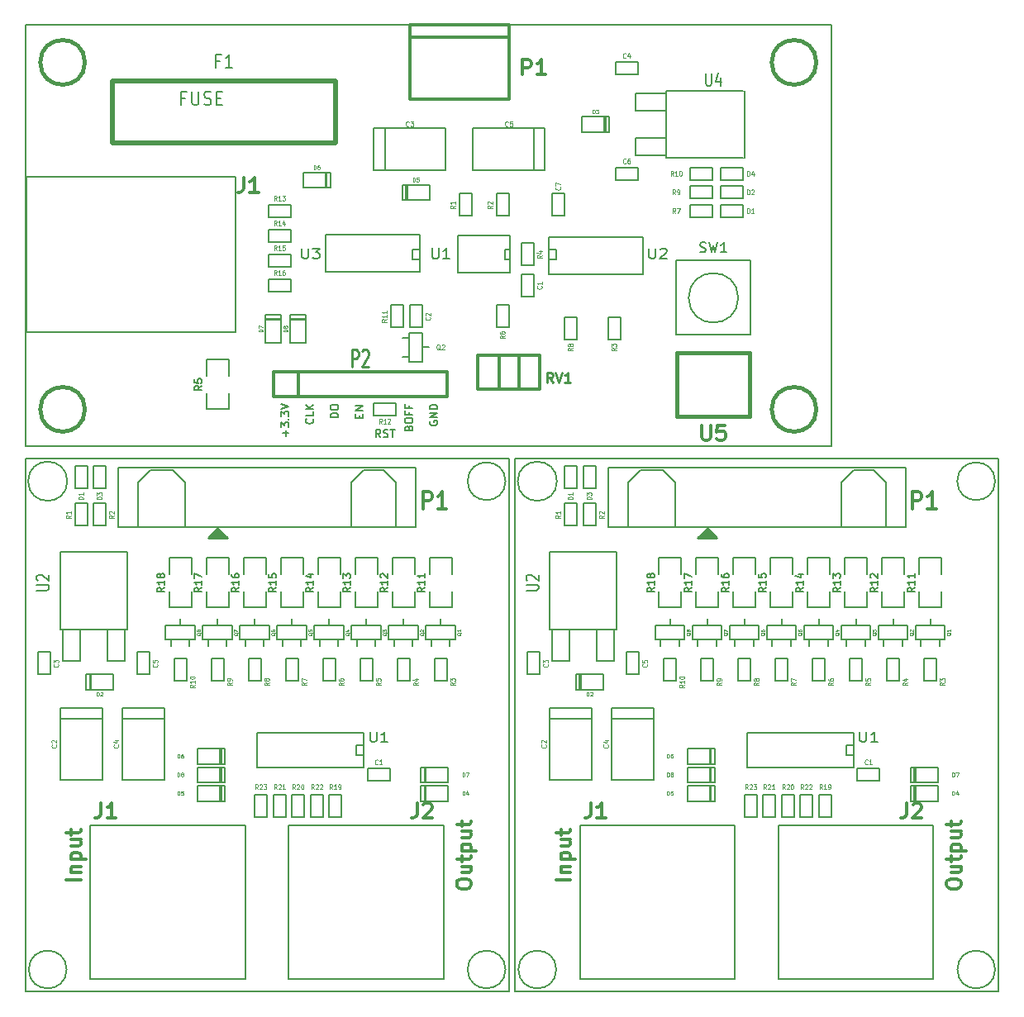
<source format=gto>
G04 (created by PCBNEW (2013-may-18)-stable) date Wed 22 Oct 2014 05:26:26 PM CEST*
%MOIN*%
G04 Gerber Fmt 3.4, Leading zero omitted, Abs format*
%FSLAX34Y34*%
G01*
G70*
G90*
G04 APERTURE LIST*
%ADD10C,0.00590551*%
%ADD11C,0.011811*%
%ADD12C,0.00787402*%
%ADD13C,0.005*%
%ADD14C,0.008*%
%ADD15C,0.0118*%
%ADD16C,0.012*%
%ADD17C,0.015*%
%ADD18C,0.019685*%
%ADD19C,0.0045*%
%ADD20C,0.0039*%
%ADD21C,0.0047*%
%ADD22C,0.00344488*%
%ADD23C,0.00984252*%
%ADD24C,0.006*%
%ADD25C,0.0107*%
%ADD26C,0.01*%
G04 APERTURE END LIST*
G54D10*
G54D11*
X45489Y-81220D02*
X44898Y-81220D01*
X45095Y-80938D02*
X45489Y-80938D01*
X45151Y-80938D02*
X45123Y-80910D01*
X45095Y-80854D01*
X45095Y-80770D01*
X45123Y-80714D01*
X45179Y-80685D01*
X45489Y-80685D01*
X45095Y-80404D02*
X45685Y-80404D01*
X45123Y-80404D02*
X45095Y-80348D01*
X45095Y-80235D01*
X45123Y-80179D01*
X45151Y-80151D01*
X45207Y-80123D01*
X45376Y-80123D01*
X45432Y-80151D01*
X45460Y-80179D01*
X45489Y-80235D01*
X45489Y-80348D01*
X45460Y-80404D01*
X45095Y-79617D02*
X45489Y-79617D01*
X45095Y-79870D02*
X45404Y-79870D01*
X45460Y-79842D01*
X45489Y-79785D01*
X45489Y-79701D01*
X45460Y-79645D01*
X45432Y-79617D01*
X45095Y-79420D02*
X45095Y-79195D01*
X44898Y-79336D02*
X45404Y-79336D01*
X45460Y-79307D01*
X45489Y-79251D01*
X45489Y-79195D01*
X60648Y-81445D02*
X60648Y-81332D01*
X60676Y-81276D01*
X60732Y-81220D01*
X60845Y-81192D01*
X61042Y-81192D01*
X61154Y-81220D01*
X61210Y-81276D01*
X61239Y-81332D01*
X61239Y-81445D01*
X61210Y-81501D01*
X61154Y-81557D01*
X61042Y-81585D01*
X60845Y-81585D01*
X60732Y-81557D01*
X60676Y-81501D01*
X60648Y-81445D01*
X60845Y-80685D02*
X61239Y-80685D01*
X60845Y-80938D02*
X61154Y-80938D01*
X61210Y-80910D01*
X61239Y-80854D01*
X61239Y-80770D01*
X61210Y-80714D01*
X61182Y-80685D01*
X60845Y-80489D02*
X60845Y-80264D01*
X60648Y-80404D02*
X61154Y-80404D01*
X61210Y-80376D01*
X61239Y-80320D01*
X61239Y-80264D01*
X60845Y-80067D02*
X61435Y-80067D01*
X60873Y-80067D02*
X60845Y-80010D01*
X60845Y-79898D01*
X60873Y-79842D01*
X60901Y-79814D01*
X60957Y-79785D01*
X61126Y-79785D01*
X61182Y-79814D01*
X61210Y-79842D01*
X61239Y-79898D01*
X61239Y-80010D01*
X61210Y-80067D01*
X60845Y-79279D02*
X61239Y-79279D01*
X60845Y-79532D02*
X61154Y-79532D01*
X61210Y-79504D01*
X61239Y-79448D01*
X61239Y-79364D01*
X61210Y-79307D01*
X61182Y-79279D01*
X60845Y-79082D02*
X60845Y-78857D01*
X60648Y-78998D02*
X61154Y-78998D01*
X61210Y-78970D01*
X61239Y-78914D01*
X61239Y-78857D01*
G54D12*
X62750Y-64250D02*
X43250Y-64250D01*
X43250Y-64250D02*
X43250Y-85750D01*
X43250Y-85750D02*
X62750Y-85750D01*
X62750Y-85750D02*
X62750Y-64250D01*
X43000Y-85750D02*
X43000Y-64250D01*
X23500Y-85750D02*
X43000Y-85750D01*
X23500Y-64250D02*
X23500Y-85750D01*
X43000Y-64250D02*
X23500Y-64250D01*
G54D11*
X40898Y-81445D02*
X40898Y-81332D01*
X40926Y-81276D01*
X40982Y-81220D01*
X41095Y-81192D01*
X41292Y-81192D01*
X41404Y-81220D01*
X41460Y-81276D01*
X41489Y-81332D01*
X41489Y-81445D01*
X41460Y-81501D01*
X41404Y-81557D01*
X41292Y-81585D01*
X41095Y-81585D01*
X40982Y-81557D01*
X40926Y-81501D01*
X40898Y-81445D01*
X41095Y-80685D02*
X41489Y-80685D01*
X41095Y-80938D02*
X41404Y-80938D01*
X41460Y-80910D01*
X41489Y-80854D01*
X41489Y-80770D01*
X41460Y-80714D01*
X41432Y-80685D01*
X41095Y-80489D02*
X41095Y-80264D01*
X40898Y-80404D02*
X41404Y-80404D01*
X41460Y-80376D01*
X41489Y-80320D01*
X41489Y-80264D01*
X41095Y-80067D02*
X41685Y-80067D01*
X41123Y-80067D02*
X41095Y-80010D01*
X41095Y-79898D01*
X41123Y-79842D01*
X41151Y-79814D01*
X41207Y-79785D01*
X41376Y-79785D01*
X41432Y-79814D01*
X41460Y-79842D01*
X41489Y-79898D01*
X41489Y-80010D01*
X41460Y-80067D01*
X41095Y-79279D02*
X41489Y-79279D01*
X41095Y-79532D02*
X41404Y-79532D01*
X41460Y-79504D01*
X41489Y-79448D01*
X41489Y-79364D01*
X41460Y-79307D01*
X41432Y-79279D01*
X41095Y-79082D02*
X41095Y-78857D01*
X40898Y-78998D02*
X41404Y-78998D01*
X41460Y-78970D01*
X41489Y-78914D01*
X41489Y-78857D01*
X25739Y-81220D02*
X25148Y-81220D01*
X25345Y-80938D02*
X25739Y-80938D01*
X25401Y-80938D02*
X25373Y-80910D01*
X25345Y-80854D01*
X25345Y-80770D01*
X25373Y-80714D01*
X25429Y-80685D01*
X25739Y-80685D01*
X25345Y-80404D02*
X25935Y-80404D01*
X25373Y-80404D02*
X25345Y-80348D01*
X25345Y-80235D01*
X25373Y-80179D01*
X25401Y-80151D01*
X25457Y-80123D01*
X25626Y-80123D01*
X25682Y-80151D01*
X25710Y-80179D01*
X25739Y-80235D01*
X25739Y-80348D01*
X25710Y-80404D01*
X25345Y-79617D02*
X25739Y-79617D01*
X25345Y-79870D02*
X25654Y-79870D01*
X25710Y-79842D01*
X25739Y-79785D01*
X25739Y-79701D01*
X25710Y-79645D01*
X25682Y-79617D01*
X25345Y-79420D02*
X25345Y-79195D01*
X25148Y-79336D02*
X25654Y-79336D01*
X25710Y-79307D01*
X25739Y-79251D01*
X25739Y-79195D01*
G54D12*
X23500Y-46750D02*
X23500Y-63750D01*
X56000Y-46750D02*
X23500Y-46750D01*
X56000Y-63750D02*
X56000Y-46750D01*
X23500Y-63750D02*
X56000Y-63750D01*
X39827Y-62719D02*
X39812Y-62749D01*
X39812Y-62794D01*
X39827Y-62839D01*
X39857Y-62869D01*
X39887Y-62884D01*
X39947Y-62899D01*
X39992Y-62899D01*
X40052Y-62884D01*
X40082Y-62869D01*
X40112Y-62839D01*
X40127Y-62794D01*
X40127Y-62764D01*
X40112Y-62719D01*
X40097Y-62704D01*
X39992Y-62704D01*
X39992Y-62764D01*
X40127Y-62569D02*
X39812Y-62569D01*
X40127Y-62389D01*
X39812Y-62389D01*
X40127Y-62239D02*
X39812Y-62239D01*
X39812Y-62164D01*
X39827Y-62119D01*
X39857Y-62089D01*
X39887Y-62074D01*
X39947Y-62059D01*
X39992Y-62059D01*
X40052Y-62074D01*
X40082Y-62089D01*
X40112Y-62119D01*
X40127Y-62164D01*
X40127Y-62239D01*
X38962Y-63004D02*
X38977Y-62959D01*
X38992Y-62944D01*
X39022Y-62929D01*
X39067Y-62929D01*
X39097Y-62944D01*
X39112Y-62959D01*
X39127Y-62989D01*
X39127Y-63109D01*
X38812Y-63109D01*
X38812Y-63004D01*
X38827Y-62974D01*
X38842Y-62959D01*
X38872Y-62944D01*
X38902Y-62944D01*
X38932Y-62959D01*
X38947Y-62974D01*
X38962Y-63004D01*
X38962Y-63109D01*
X38812Y-62734D02*
X38812Y-62674D01*
X38827Y-62644D01*
X38857Y-62614D01*
X38917Y-62599D01*
X39022Y-62599D01*
X39082Y-62614D01*
X39112Y-62644D01*
X39127Y-62674D01*
X39127Y-62734D01*
X39112Y-62764D01*
X39082Y-62794D01*
X39022Y-62809D01*
X38917Y-62809D01*
X38857Y-62794D01*
X38827Y-62764D01*
X38812Y-62734D01*
X38962Y-62359D02*
X38962Y-62464D01*
X39127Y-62464D02*
X38812Y-62464D01*
X38812Y-62314D01*
X38962Y-62089D02*
X38962Y-62194D01*
X39127Y-62194D02*
X38812Y-62194D01*
X38812Y-62044D01*
X37827Y-63377D02*
X37722Y-63227D01*
X37647Y-63377D02*
X37647Y-63062D01*
X37767Y-63062D01*
X37797Y-63077D01*
X37812Y-63092D01*
X37827Y-63122D01*
X37827Y-63167D01*
X37812Y-63197D01*
X37797Y-63212D01*
X37767Y-63227D01*
X37647Y-63227D01*
X37947Y-63362D02*
X37992Y-63377D01*
X38067Y-63377D01*
X38097Y-63362D01*
X38112Y-63347D01*
X38127Y-63317D01*
X38127Y-63287D01*
X38112Y-63257D01*
X38097Y-63242D01*
X38067Y-63227D01*
X38007Y-63212D01*
X37977Y-63197D01*
X37962Y-63182D01*
X37947Y-63152D01*
X37947Y-63122D01*
X37962Y-63092D01*
X37977Y-63077D01*
X38007Y-63062D01*
X38082Y-63062D01*
X38127Y-63077D01*
X38217Y-63062D02*
X38397Y-63062D01*
X38307Y-63377D02*
X38307Y-63062D01*
X36962Y-62607D02*
X36962Y-62489D01*
X37127Y-62438D02*
X37127Y-62607D01*
X36812Y-62607D01*
X36812Y-62438D01*
X37127Y-62286D02*
X36812Y-62286D01*
X37127Y-62084D01*
X36812Y-62084D01*
X36127Y-62569D02*
X35812Y-62569D01*
X35812Y-62494D01*
X35827Y-62449D01*
X35857Y-62419D01*
X35887Y-62404D01*
X35947Y-62389D01*
X35992Y-62389D01*
X36052Y-62404D01*
X36082Y-62419D01*
X36112Y-62449D01*
X36127Y-62494D01*
X36127Y-62569D01*
X35812Y-62194D02*
X35812Y-62134D01*
X35827Y-62104D01*
X35857Y-62074D01*
X35917Y-62059D01*
X36022Y-62059D01*
X36082Y-62074D01*
X36112Y-62104D01*
X36127Y-62134D01*
X36127Y-62194D01*
X36112Y-62224D01*
X36082Y-62254D01*
X36022Y-62269D01*
X35917Y-62269D01*
X35857Y-62254D01*
X35827Y-62224D01*
X35812Y-62194D01*
X35097Y-62629D02*
X35112Y-62644D01*
X35127Y-62689D01*
X35127Y-62719D01*
X35112Y-62764D01*
X35082Y-62794D01*
X35052Y-62809D01*
X34992Y-62824D01*
X34947Y-62824D01*
X34887Y-62809D01*
X34857Y-62794D01*
X34827Y-62764D01*
X34812Y-62719D01*
X34812Y-62689D01*
X34827Y-62644D01*
X34842Y-62629D01*
X35127Y-62344D02*
X35127Y-62494D01*
X34812Y-62494D01*
X35127Y-62239D02*
X34812Y-62239D01*
X35127Y-62059D02*
X34947Y-62194D01*
X34812Y-62059D02*
X34992Y-62239D01*
X34007Y-63334D02*
X34007Y-63094D01*
X34127Y-63214D02*
X33887Y-63214D01*
X33812Y-62974D02*
X33812Y-62779D01*
X33932Y-62884D01*
X33932Y-62839D01*
X33947Y-62809D01*
X33962Y-62794D01*
X33992Y-62779D01*
X34067Y-62779D01*
X34097Y-62794D01*
X34112Y-62809D01*
X34127Y-62839D01*
X34127Y-62929D01*
X34112Y-62959D01*
X34097Y-62974D01*
X34097Y-62644D02*
X34112Y-62629D01*
X34127Y-62644D01*
X34112Y-62659D01*
X34097Y-62644D01*
X34127Y-62644D01*
X33812Y-62524D02*
X33812Y-62329D01*
X33932Y-62434D01*
X33932Y-62389D01*
X33947Y-62359D01*
X33962Y-62344D01*
X33992Y-62329D01*
X34067Y-62329D01*
X34097Y-62344D01*
X34112Y-62359D01*
X34127Y-62389D01*
X34127Y-62479D01*
X34112Y-62509D01*
X34097Y-62524D01*
X33812Y-62239D02*
X34127Y-62134D01*
X33812Y-62029D01*
G54D13*
X53000Y-77800D02*
X53000Y-78700D01*
X53000Y-78700D02*
X52500Y-78700D01*
X52500Y-78700D02*
X52500Y-77800D01*
X52500Y-77800D02*
X53000Y-77800D01*
X54750Y-78700D02*
X54750Y-77800D01*
X54750Y-77800D02*
X55250Y-77800D01*
X55250Y-77800D02*
X55250Y-78700D01*
X55250Y-78700D02*
X54750Y-78700D01*
X53250Y-78700D02*
X53250Y-77800D01*
X53250Y-77800D02*
X53750Y-77800D01*
X53750Y-77800D02*
X53750Y-78700D01*
X53750Y-78700D02*
X53250Y-78700D01*
X54000Y-78700D02*
X54000Y-77800D01*
X54000Y-77800D02*
X54500Y-77800D01*
X54500Y-77800D02*
X54500Y-78700D01*
X54500Y-78700D02*
X54000Y-78700D01*
X55500Y-78700D02*
X55500Y-77800D01*
X55500Y-77800D02*
X56000Y-77800D01*
X56000Y-77800D02*
X56000Y-78700D01*
X56000Y-78700D02*
X55500Y-78700D01*
X51104Y-77315D02*
X51104Y-76685D01*
X51144Y-76685D02*
X51144Y-77315D01*
X50199Y-76685D02*
X51301Y-76685D01*
X51301Y-76685D02*
X51301Y-77315D01*
X51301Y-77315D02*
X50199Y-77315D01*
X50199Y-77315D02*
X50199Y-76685D01*
X59396Y-76685D02*
X59396Y-77315D01*
X59356Y-77315D02*
X59356Y-76685D01*
X60301Y-77315D02*
X59199Y-77315D01*
X59199Y-77315D02*
X59199Y-76685D01*
X59199Y-76685D02*
X60301Y-76685D01*
X60301Y-76685D02*
X60301Y-77315D01*
X51104Y-76565D02*
X51104Y-75935D01*
X51144Y-75935D02*
X51144Y-76565D01*
X50199Y-75935D02*
X51301Y-75935D01*
X51301Y-75935D02*
X51301Y-76565D01*
X51301Y-76565D02*
X50199Y-76565D01*
X50199Y-76565D02*
X50199Y-75935D01*
X51104Y-78065D02*
X51104Y-77435D01*
X51144Y-77435D02*
X51144Y-78065D01*
X50199Y-77435D02*
X51301Y-77435D01*
X51301Y-77435D02*
X51301Y-78065D01*
X51301Y-78065D02*
X50199Y-78065D01*
X50199Y-78065D02*
X50199Y-77435D01*
X59396Y-77435D02*
X59396Y-78065D01*
X59356Y-78065D02*
X59356Y-77435D01*
X60301Y-78065D02*
X59199Y-78065D01*
X59199Y-78065D02*
X59199Y-77435D01*
X59199Y-77435D02*
X60301Y-77435D01*
X60301Y-77435D02*
X60301Y-78065D01*
X48250Y-72050D02*
X48250Y-72950D01*
X48250Y-72950D02*
X47750Y-72950D01*
X47750Y-72950D02*
X47750Y-72050D01*
X47750Y-72050D02*
X48250Y-72050D01*
X44650Y-74750D02*
X46350Y-74750D01*
X44650Y-77200D02*
X46350Y-77200D01*
X46350Y-77200D02*
X46350Y-74300D01*
X46350Y-74300D02*
X44650Y-74300D01*
X44650Y-74300D02*
X44650Y-77200D01*
X46550Y-71150D02*
X46550Y-72400D01*
X46550Y-72400D02*
X47250Y-72400D01*
X47250Y-72400D02*
X47250Y-71150D01*
X44750Y-71150D02*
X44750Y-72400D01*
X44750Y-72400D02*
X45450Y-72400D01*
X45450Y-72400D02*
X45450Y-71150D01*
X47350Y-68750D02*
X47350Y-71150D01*
X47350Y-71150D02*
X44650Y-71150D01*
X44650Y-71150D02*
X44650Y-68050D01*
X44650Y-68000D02*
X47350Y-68000D01*
X47350Y-68050D02*
X47350Y-68750D01*
X51250Y-72300D02*
X51250Y-73200D01*
X51250Y-73200D02*
X50750Y-73200D01*
X50750Y-73200D02*
X50750Y-72300D01*
X50750Y-72300D02*
X51250Y-72300D01*
X49750Y-72300D02*
X49750Y-73200D01*
X49750Y-73200D02*
X49250Y-73200D01*
X49250Y-73200D02*
X49250Y-72300D01*
X49250Y-72300D02*
X49750Y-72300D01*
X52750Y-72300D02*
X52750Y-73200D01*
X52750Y-73200D02*
X52250Y-73200D01*
X52250Y-73200D02*
X52250Y-72300D01*
X52250Y-72300D02*
X52750Y-72300D01*
X57050Y-76750D02*
X57950Y-76750D01*
X57950Y-76750D02*
X57950Y-77250D01*
X57950Y-77250D02*
X57050Y-77250D01*
X57050Y-77250D02*
X57050Y-76750D01*
X45250Y-65450D02*
X45250Y-64550D01*
X45250Y-64550D02*
X45750Y-64550D01*
X45750Y-64550D02*
X45750Y-65450D01*
X45750Y-65450D02*
X45250Y-65450D01*
X54250Y-72300D02*
X54250Y-73200D01*
X54250Y-73200D02*
X53750Y-73200D01*
X53750Y-73200D02*
X53750Y-72300D01*
X53750Y-72300D02*
X54250Y-72300D01*
X45250Y-66950D02*
X45250Y-66050D01*
X45250Y-66050D02*
X45750Y-66050D01*
X45750Y-66050D02*
X45750Y-66950D01*
X45750Y-66950D02*
X45250Y-66950D01*
X46000Y-65450D02*
X46000Y-64550D01*
X46000Y-64550D02*
X46500Y-64550D01*
X46500Y-64550D02*
X46500Y-65450D01*
X46500Y-65450D02*
X46000Y-65450D01*
X55750Y-72300D02*
X55750Y-73200D01*
X55750Y-73200D02*
X55250Y-73200D01*
X55250Y-73200D02*
X55250Y-72300D01*
X55250Y-72300D02*
X55750Y-72300D01*
X57250Y-72300D02*
X57250Y-73200D01*
X57250Y-73200D02*
X56750Y-73200D01*
X56750Y-73200D02*
X56750Y-72300D01*
X56750Y-72300D02*
X57250Y-72300D01*
X58750Y-72300D02*
X58750Y-73200D01*
X58750Y-73200D02*
X58250Y-73200D01*
X58250Y-73200D02*
X58250Y-72300D01*
X58250Y-72300D02*
X58750Y-72300D01*
X44250Y-72050D02*
X44250Y-72950D01*
X44250Y-72950D02*
X43750Y-72950D01*
X43750Y-72950D02*
X43750Y-72050D01*
X43750Y-72050D02*
X44250Y-72050D01*
X60250Y-72300D02*
X60250Y-73200D01*
X60250Y-73200D02*
X59750Y-73200D01*
X59750Y-73200D02*
X59750Y-72300D01*
X59750Y-72300D02*
X60250Y-72300D01*
X46000Y-66950D02*
X46000Y-66050D01*
X46000Y-66050D02*
X46500Y-66050D01*
X46500Y-66050D02*
X46500Y-66950D01*
X46500Y-66950D02*
X46000Y-66950D01*
X49050Y-70250D02*
X49950Y-70250D01*
X49950Y-70250D02*
X49950Y-69600D01*
X49050Y-68900D02*
X49050Y-68250D01*
X49050Y-68250D02*
X49950Y-68250D01*
X49950Y-68250D02*
X49950Y-68900D01*
X49050Y-69600D02*
X49050Y-70250D01*
X59550Y-70250D02*
X60450Y-70250D01*
X60450Y-70250D02*
X60450Y-69600D01*
X59550Y-68900D02*
X59550Y-68250D01*
X59550Y-68250D02*
X60450Y-68250D01*
X60450Y-68250D02*
X60450Y-68900D01*
X59550Y-69600D02*
X59550Y-70250D01*
X58050Y-70250D02*
X58950Y-70250D01*
X58950Y-70250D02*
X58950Y-69600D01*
X58050Y-68900D02*
X58050Y-68250D01*
X58050Y-68250D02*
X58950Y-68250D01*
X58950Y-68250D02*
X58950Y-68900D01*
X58050Y-69600D02*
X58050Y-70250D01*
X56550Y-70250D02*
X57450Y-70250D01*
X57450Y-70250D02*
X57450Y-69600D01*
X56550Y-68900D02*
X56550Y-68250D01*
X56550Y-68250D02*
X57450Y-68250D01*
X57450Y-68250D02*
X57450Y-68900D01*
X56550Y-69600D02*
X56550Y-70250D01*
X50550Y-70250D02*
X51450Y-70250D01*
X51450Y-70250D02*
X51450Y-69600D01*
X50550Y-68900D02*
X50550Y-68250D01*
X50550Y-68250D02*
X51450Y-68250D01*
X51450Y-68250D02*
X51450Y-68900D01*
X50550Y-69600D02*
X50550Y-70250D01*
X53550Y-70250D02*
X54450Y-70250D01*
X54450Y-70250D02*
X54450Y-69600D01*
X53550Y-68900D02*
X53550Y-68250D01*
X53550Y-68250D02*
X54450Y-68250D01*
X54450Y-68250D02*
X54450Y-68900D01*
X53550Y-69600D02*
X53550Y-70250D01*
X52050Y-70250D02*
X52950Y-70250D01*
X52950Y-70250D02*
X52950Y-69600D01*
X52050Y-68900D02*
X52050Y-68250D01*
X52050Y-68250D02*
X52950Y-68250D01*
X52950Y-68250D02*
X52950Y-68900D01*
X52050Y-69600D02*
X52050Y-70250D01*
X55050Y-70250D02*
X55950Y-70250D01*
X55950Y-70250D02*
X55950Y-69600D01*
X55050Y-68900D02*
X55050Y-68250D01*
X55050Y-68250D02*
X55950Y-68250D01*
X55950Y-68250D02*
X55950Y-68900D01*
X55050Y-69600D02*
X55050Y-70250D01*
G54D14*
X56900Y-76700D02*
X52600Y-76700D01*
X52600Y-76700D02*
X52600Y-75300D01*
X52600Y-75300D02*
X56900Y-75300D01*
X56900Y-75300D02*
X56900Y-76700D01*
X56900Y-76200D02*
X56600Y-76200D01*
X56600Y-76200D02*
X56600Y-75800D01*
X56600Y-75800D02*
X56900Y-75800D01*
G54D13*
X45896Y-72935D02*
X45896Y-73565D01*
X45856Y-73565D02*
X45856Y-72935D01*
X46801Y-73565D02*
X45699Y-73565D01*
X45699Y-73565D02*
X45699Y-72935D01*
X45699Y-72935D02*
X46801Y-72935D01*
X46801Y-72935D02*
X46801Y-73565D01*
X54375Y-71525D02*
X54375Y-71785D01*
X53625Y-71525D02*
X53625Y-71785D01*
X54000Y-70975D02*
X54000Y-70715D01*
X53410Y-70975D02*
X54590Y-70975D01*
X54590Y-70975D02*
X54590Y-71525D01*
X54590Y-71525D02*
X53410Y-71525D01*
X53410Y-71525D02*
X53410Y-70975D01*
X55875Y-71525D02*
X55875Y-71785D01*
X55125Y-71525D02*
X55125Y-71785D01*
X55500Y-70975D02*
X55500Y-70715D01*
X54910Y-70975D02*
X56090Y-70975D01*
X56090Y-70975D02*
X56090Y-71525D01*
X56090Y-71525D02*
X54910Y-71525D01*
X54910Y-71525D02*
X54910Y-70975D01*
X57375Y-71525D02*
X57375Y-71785D01*
X56625Y-71525D02*
X56625Y-71785D01*
X57000Y-70975D02*
X57000Y-70715D01*
X56410Y-70975D02*
X57590Y-70975D01*
X57590Y-70975D02*
X57590Y-71525D01*
X57590Y-71525D02*
X56410Y-71525D01*
X56410Y-71525D02*
X56410Y-70975D01*
X49875Y-71525D02*
X49875Y-71785D01*
X49125Y-71525D02*
X49125Y-71785D01*
X49500Y-70975D02*
X49500Y-70715D01*
X48910Y-70975D02*
X50090Y-70975D01*
X50090Y-70975D02*
X50090Y-71525D01*
X50090Y-71525D02*
X48910Y-71525D01*
X48910Y-71525D02*
X48910Y-70975D01*
X58875Y-71525D02*
X58875Y-71785D01*
X58125Y-71525D02*
X58125Y-71785D01*
X58500Y-70975D02*
X58500Y-70715D01*
X57910Y-70975D02*
X59090Y-70975D01*
X59090Y-70975D02*
X59090Y-71525D01*
X59090Y-71525D02*
X57910Y-71525D01*
X57910Y-71525D02*
X57910Y-70975D01*
X52875Y-71525D02*
X52875Y-71785D01*
X52125Y-71525D02*
X52125Y-71785D01*
X52500Y-70975D02*
X52500Y-70715D01*
X51910Y-70975D02*
X53090Y-70975D01*
X53090Y-70975D02*
X53090Y-71525D01*
X53090Y-71525D02*
X51910Y-71525D01*
X51910Y-71525D02*
X51910Y-70975D01*
X60375Y-71525D02*
X60375Y-71785D01*
X59625Y-71525D02*
X59625Y-71785D01*
X60000Y-70975D02*
X60000Y-70715D01*
X59410Y-70975D02*
X60590Y-70975D01*
X60590Y-70975D02*
X60590Y-71525D01*
X60590Y-71525D02*
X59410Y-71525D01*
X59410Y-71525D02*
X59410Y-70975D01*
X51375Y-71525D02*
X51375Y-71785D01*
X50625Y-71525D02*
X50625Y-71785D01*
X51000Y-70975D02*
X51000Y-70715D01*
X50410Y-70975D02*
X51590Y-70975D01*
X51590Y-70975D02*
X51590Y-71525D01*
X51590Y-71525D02*
X50410Y-71525D01*
X50410Y-71525D02*
X50410Y-70975D01*
X47150Y-74750D02*
X48850Y-74750D01*
X47150Y-77200D02*
X48850Y-77200D01*
X48850Y-77200D02*
X48850Y-74300D01*
X48850Y-74300D02*
X47150Y-74300D01*
X47150Y-74300D02*
X47150Y-77200D01*
G54D12*
X47100Y-64600D02*
X47000Y-64600D01*
X47000Y-64600D02*
X47000Y-67000D01*
X59000Y-67000D02*
X59000Y-64600D01*
X59000Y-64600D02*
X47100Y-64600D01*
X56400Y-67000D02*
X56400Y-65200D01*
X56400Y-65200D02*
X56900Y-64700D01*
X56900Y-64700D02*
X57700Y-64700D01*
X57700Y-64700D02*
X58200Y-65200D01*
X58200Y-65200D02*
X58200Y-67000D01*
X47800Y-67000D02*
X47800Y-65200D01*
X47800Y-65200D02*
X48300Y-64700D01*
X48300Y-64700D02*
X49200Y-64700D01*
X49200Y-64700D02*
X49700Y-65200D01*
X49700Y-65200D02*
X49700Y-67000D01*
X47000Y-67000D02*
X59000Y-67000D01*
X62613Y-65150D02*
G75*
G03X62613Y-65150I-763J0D01*
G74*
G01*
X62611Y-84850D02*
G75*
G03X62611Y-84850I-761J0D01*
G74*
G01*
X44913Y-84850D02*
G75*
G03X44913Y-84850I-763J0D01*
G74*
G01*
X44940Y-65150D02*
G75*
G03X44940Y-65150I-790J0D01*
G74*
G01*
G54D13*
X52125Y-79025D02*
X52125Y-85225D01*
X45875Y-85225D02*
X45875Y-79025D01*
X45875Y-85225D02*
X52125Y-85225D01*
X45875Y-79025D02*
X52125Y-79025D01*
X60125Y-85225D02*
X60125Y-79025D01*
X53875Y-79025D02*
X53875Y-85225D01*
X53875Y-85225D02*
X60125Y-85225D01*
X60125Y-79025D02*
X53875Y-79025D01*
X40375Y-85225D02*
X40375Y-79025D01*
X34125Y-79025D02*
X34125Y-85225D01*
X34125Y-85225D02*
X40375Y-85225D01*
X40375Y-79025D02*
X34125Y-79025D01*
X32375Y-79025D02*
X32375Y-85225D01*
X26125Y-85225D02*
X26125Y-79025D01*
X26125Y-85225D02*
X32375Y-85225D01*
X26125Y-79025D02*
X32375Y-79025D01*
G54D12*
X25190Y-65150D02*
G75*
G03X25190Y-65150I-790J0D01*
G74*
G01*
X25163Y-84850D02*
G75*
G03X25163Y-84850I-763J0D01*
G74*
G01*
X42861Y-84850D02*
G75*
G03X42861Y-84850I-761J0D01*
G74*
G01*
X42863Y-65150D02*
G75*
G03X42863Y-65150I-763J0D01*
G74*
G01*
X27350Y-64600D02*
X27250Y-64600D01*
X27250Y-64600D02*
X27250Y-67000D01*
X39250Y-67000D02*
X39250Y-64600D01*
X39250Y-64600D02*
X27350Y-64600D01*
X36650Y-67000D02*
X36650Y-65200D01*
X36650Y-65200D02*
X37150Y-64700D01*
X37150Y-64700D02*
X37950Y-64700D01*
X37950Y-64700D02*
X38450Y-65200D01*
X38450Y-65200D02*
X38450Y-67000D01*
X28050Y-67000D02*
X28050Y-65200D01*
X28050Y-65200D02*
X28550Y-64700D01*
X28550Y-64700D02*
X29450Y-64700D01*
X29450Y-64700D02*
X29950Y-65200D01*
X29950Y-65200D02*
X29950Y-67000D01*
X27250Y-67000D02*
X39250Y-67000D01*
G54D13*
X27400Y-74750D02*
X29100Y-74750D01*
X27400Y-77200D02*
X29100Y-77200D01*
X29100Y-77200D02*
X29100Y-74300D01*
X29100Y-74300D02*
X27400Y-74300D01*
X27400Y-74300D02*
X27400Y-77200D01*
X31625Y-71525D02*
X31625Y-71785D01*
X30875Y-71525D02*
X30875Y-71785D01*
X31250Y-70975D02*
X31250Y-70715D01*
X30660Y-70975D02*
X31840Y-70975D01*
X31840Y-70975D02*
X31840Y-71525D01*
X31840Y-71525D02*
X30660Y-71525D01*
X30660Y-71525D02*
X30660Y-70975D01*
X40625Y-71525D02*
X40625Y-71785D01*
X39875Y-71525D02*
X39875Y-71785D01*
X40250Y-70975D02*
X40250Y-70715D01*
X39660Y-70975D02*
X40840Y-70975D01*
X40840Y-70975D02*
X40840Y-71525D01*
X40840Y-71525D02*
X39660Y-71525D01*
X39660Y-71525D02*
X39660Y-70975D01*
X33125Y-71525D02*
X33125Y-71785D01*
X32375Y-71525D02*
X32375Y-71785D01*
X32750Y-70975D02*
X32750Y-70715D01*
X32160Y-70975D02*
X33340Y-70975D01*
X33340Y-70975D02*
X33340Y-71525D01*
X33340Y-71525D02*
X32160Y-71525D01*
X32160Y-71525D02*
X32160Y-70975D01*
X39125Y-71525D02*
X39125Y-71785D01*
X38375Y-71525D02*
X38375Y-71785D01*
X38750Y-70975D02*
X38750Y-70715D01*
X38160Y-70975D02*
X39340Y-70975D01*
X39340Y-70975D02*
X39340Y-71525D01*
X39340Y-71525D02*
X38160Y-71525D01*
X38160Y-71525D02*
X38160Y-70975D01*
X30125Y-71525D02*
X30125Y-71785D01*
X29375Y-71525D02*
X29375Y-71785D01*
X29750Y-70975D02*
X29750Y-70715D01*
X29160Y-70975D02*
X30340Y-70975D01*
X30340Y-70975D02*
X30340Y-71525D01*
X30340Y-71525D02*
X29160Y-71525D01*
X29160Y-71525D02*
X29160Y-70975D01*
X37625Y-71525D02*
X37625Y-71785D01*
X36875Y-71525D02*
X36875Y-71785D01*
X37250Y-70975D02*
X37250Y-70715D01*
X36660Y-70975D02*
X37840Y-70975D01*
X37840Y-70975D02*
X37840Y-71525D01*
X37840Y-71525D02*
X36660Y-71525D01*
X36660Y-71525D02*
X36660Y-70975D01*
X36125Y-71525D02*
X36125Y-71785D01*
X35375Y-71525D02*
X35375Y-71785D01*
X35750Y-70975D02*
X35750Y-70715D01*
X35160Y-70975D02*
X36340Y-70975D01*
X36340Y-70975D02*
X36340Y-71525D01*
X36340Y-71525D02*
X35160Y-71525D01*
X35160Y-71525D02*
X35160Y-70975D01*
X34625Y-71525D02*
X34625Y-71785D01*
X33875Y-71525D02*
X33875Y-71785D01*
X34250Y-70975D02*
X34250Y-70715D01*
X33660Y-70975D02*
X34840Y-70975D01*
X34840Y-70975D02*
X34840Y-71525D01*
X34840Y-71525D02*
X33660Y-71525D01*
X33660Y-71525D02*
X33660Y-70975D01*
X26146Y-72935D02*
X26146Y-73565D01*
X26106Y-73565D02*
X26106Y-72935D01*
X27051Y-73565D02*
X25949Y-73565D01*
X25949Y-73565D02*
X25949Y-72935D01*
X25949Y-72935D02*
X27051Y-72935D01*
X27051Y-72935D02*
X27051Y-73565D01*
G54D14*
X37150Y-76700D02*
X32850Y-76700D01*
X32850Y-76700D02*
X32850Y-75300D01*
X32850Y-75300D02*
X37150Y-75300D01*
X37150Y-75300D02*
X37150Y-76700D01*
X37150Y-76200D02*
X36850Y-76200D01*
X36850Y-76200D02*
X36850Y-75800D01*
X36850Y-75800D02*
X37150Y-75800D01*
G54D13*
X35300Y-70250D02*
X36200Y-70250D01*
X36200Y-70250D02*
X36200Y-69600D01*
X35300Y-68900D02*
X35300Y-68250D01*
X35300Y-68250D02*
X36200Y-68250D01*
X36200Y-68250D02*
X36200Y-68900D01*
X35300Y-69600D02*
X35300Y-70250D01*
X32300Y-70250D02*
X33200Y-70250D01*
X33200Y-70250D02*
X33200Y-69600D01*
X32300Y-68900D02*
X32300Y-68250D01*
X32300Y-68250D02*
X33200Y-68250D01*
X33200Y-68250D02*
X33200Y-68900D01*
X32300Y-69600D02*
X32300Y-70250D01*
X33800Y-70250D02*
X34700Y-70250D01*
X34700Y-70250D02*
X34700Y-69600D01*
X33800Y-68900D02*
X33800Y-68250D01*
X33800Y-68250D02*
X34700Y-68250D01*
X34700Y-68250D02*
X34700Y-68900D01*
X33800Y-69600D02*
X33800Y-70250D01*
X30800Y-70250D02*
X31700Y-70250D01*
X31700Y-70250D02*
X31700Y-69600D01*
X30800Y-68900D02*
X30800Y-68250D01*
X30800Y-68250D02*
X31700Y-68250D01*
X31700Y-68250D02*
X31700Y-68900D01*
X30800Y-69600D02*
X30800Y-70250D01*
X36800Y-70250D02*
X37700Y-70250D01*
X37700Y-70250D02*
X37700Y-69600D01*
X36800Y-68900D02*
X36800Y-68250D01*
X36800Y-68250D02*
X37700Y-68250D01*
X37700Y-68250D02*
X37700Y-68900D01*
X36800Y-69600D02*
X36800Y-70250D01*
X38300Y-70250D02*
X39200Y-70250D01*
X39200Y-70250D02*
X39200Y-69600D01*
X38300Y-68900D02*
X38300Y-68250D01*
X38300Y-68250D02*
X39200Y-68250D01*
X39200Y-68250D02*
X39200Y-68900D01*
X38300Y-69600D02*
X38300Y-70250D01*
X39800Y-70250D02*
X40700Y-70250D01*
X40700Y-70250D02*
X40700Y-69600D01*
X39800Y-68900D02*
X39800Y-68250D01*
X39800Y-68250D02*
X40700Y-68250D01*
X40700Y-68250D02*
X40700Y-68900D01*
X39800Y-69600D02*
X39800Y-70250D01*
X29300Y-70250D02*
X30200Y-70250D01*
X30200Y-70250D02*
X30200Y-69600D01*
X29300Y-68900D02*
X29300Y-68250D01*
X29300Y-68250D02*
X30200Y-68250D01*
X30200Y-68250D02*
X30200Y-68900D01*
X29300Y-69600D02*
X29300Y-70250D01*
X26250Y-66950D02*
X26250Y-66050D01*
X26250Y-66050D02*
X26750Y-66050D01*
X26750Y-66050D02*
X26750Y-66950D01*
X26750Y-66950D02*
X26250Y-66950D01*
X40500Y-72300D02*
X40500Y-73200D01*
X40500Y-73200D02*
X40000Y-73200D01*
X40000Y-73200D02*
X40000Y-72300D01*
X40000Y-72300D02*
X40500Y-72300D01*
X24500Y-72050D02*
X24500Y-72950D01*
X24500Y-72950D02*
X24000Y-72950D01*
X24000Y-72950D02*
X24000Y-72050D01*
X24000Y-72050D02*
X24500Y-72050D01*
X39000Y-72300D02*
X39000Y-73200D01*
X39000Y-73200D02*
X38500Y-73200D01*
X38500Y-73200D02*
X38500Y-72300D01*
X38500Y-72300D02*
X39000Y-72300D01*
X37500Y-72300D02*
X37500Y-73200D01*
X37500Y-73200D02*
X37000Y-73200D01*
X37000Y-73200D02*
X37000Y-72300D01*
X37000Y-72300D02*
X37500Y-72300D01*
X36000Y-72300D02*
X36000Y-73200D01*
X36000Y-73200D02*
X35500Y-73200D01*
X35500Y-73200D02*
X35500Y-72300D01*
X35500Y-72300D02*
X36000Y-72300D01*
X26250Y-65450D02*
X26250Y-64550D01*
X26250Y-64550D02*
X26750Y-64550D01*
X26750Y-64550D02*
X26750Y-65450D01*
X26750Y-65450D02*
X26250Y-65450D01*
X25500Y-66950D02*
X25500Y-66050D01*
X25500Y-66050D02*
X26000Y-66050D01*
X26000Y-66050D02*
X26000Y-66950D01*
X26000Y-66950D02*
X25500Y-66950D01*
X34500Y-72300D02*
X34500Y-73200D01*
X34500Y-73200D02*
X34000Y-73200D01*
X34000Y-73200D02*
X34000Y-72300D01*
X34000Y-72300D02*
X34500Y-72300D01*
X25500Y-65450D02*
X25500Y-64550D01*
X25500Y-64550D02*
X26000Y-64550D01*
X26000Y-64550D02*
X26000Y-65450D01*
X26000Y-65450D02*
X25500Y-65450D01*
X37300Y-76750D02*
X38200Y-76750D01*
X38200Y-76750D02*
X38200Y-77250D01*
X38200Y-77250D02*
X37300Y-77250D01*
X37300Y-77250D02*
X37300Y-76750D01*
X33000Y-72300D02*
X33000Y-73200D01*
X33000Y-73200D02*
X32500Y-73200D01*
X32500Y-73200D02*
X32500Y-72300D01*
X32500Y-72300D02*
X33000Y-72300D01*
X30000Y-72300D02*
X30000Y-73200D01*
X30000Y-73200D02*
X29500Y-73200D01*
X29500Y-73200D02*
X29500Y-72300D01*
X29500Y-72300D02*
X30000Y-72300D01*
X31500Y-72300D02*
X31500Y-73200D01*
X31500Y-73200D02*
X31000Y-73200D01*
X31000Y-73200D02*
X31000Y-72300D01*
X31000Y-72300D02*
X31500Y-72300D01*
X26800Y-71150D02*
X26800Y-72400D01*
X26800Y-72400D02*
X27500Y-72400D01*
X27500Y-72400D02*
X27500Y-71150D01*
X25000Y-71150D02*
X25000Y-72400D01*
X25000Y-72400D02*
X25700Y-72400D01*
X25700Y-72400D02*
X25700Y-71150D01*
X27600Y-68750D02*
X27600Y-71150D01*
X27600Y-71150D02*
X24900Y-71150D01*
X24900Y-71150D02*
X24900Y-68050D01*
X24900Y-68000D02*
X27600Y-68000D01*
X27600Y-68050D02*
X27600Y-68750D01*
X24900Y-74750D02*
X26600Y-74750D01*
X24900Y-77200D02*
X26600Y-77200D01*
X26600Y-77200D02*
X26600Y-74300D01*
X26600Y-74300D02*
X24900Y-74300D01*
X24900Y-74300D02*
X24900Y-77200D01*
X28500Y-72050D02*
X28500Y-72950D01*
X28500Y-72950D02*
X28000Y-72950D01*
X28000Y-72950D02*
X28000Y-72050D01*
X28000Y-72050D02*
X28500Y-72050D01*
X39646Y-77435D02*
X39646Y-78065D01*
X39606Y-78065D02*
X39606Y-77435D01*
X40551Y-78065D02*
X39449Y-78065D01*
X39449Y-78065D02*
X39449Y-77435D01*
X39449Y-77435D02*
X40551Y-77435D01*
X40551Y-77435D02*
X40551Y-78065D01*
X31354Y-78065D02*
X31354Y-77435D01*
X31394Y-77435D02*
X31394Y-78065D01*
X30449Y-77435D02*
X31551Y-77435D01*
X31551Y-77435D02*
X31551Y-78065D01*
X31551Y-78065D02*
X30449Y-78065D01*
X30449Y-78065D02*
X30449Y-77435D01*
X31354Y-76565D02*
X31354Y-75935D01*
X31394Y-75935D02*
X31394Y-76565D01*
X30449Y-75935D02*
X31551Y-75935D01*
X31551Y-75935D02*
X31551Y-76565D01*
X31551Y-76565D02*
X30449Y-76565D01*
X30449Y-76565D02*
X30449Y-75935D01*
X39646Y-76685D02*
X39646Y-77315D01*
X39606Y-77315D02*
X39606Y-76685D01*
X40551Y-77315D02*
X39449Y-77315D01*
X39449Y-77315D02*
X39449Y-76685D01*
X39449Y-76685D02*
X40551Y-76685D01*
X40551Y-76685D02*
X40551Y-77315D01*
X31354Y-77315D02*
X31354Y-76685D01*
X31394Y-76685D02*
X31394Y-77315D01*
X30449Y-76685D02*
X31551Y-76685D01*
X31551Y-76685D02*
X31551Y-77315D01*
X31551Y-77315D02*
X30449Y-77315D01*
X30449Y-77315D02*
X30449Y-76685D01*
X35750Y-78700D02*
X35750Y-77800D01*
X35750Y-77800D02*
X36250Y-77800D01*
X36250Y-77800D02*
X36250Y-78700D01*
X36250Y-78700D02*
X35750Y-78700D01*
X34250Y-78700D02*
X34250Y-77800D01*
X34250Y-77800D02*
X34750Y-77800D01*
X34750Y-77800D02*
X34750Y-78700D01*
X34750Y-78700D02*
X34250Y-78700D01*
X33500Y-78700D02*
X33500Y-77800D01*
X33500Y-77800D02*
X34000Y-77800D01*
X34000Y-77800D02*
X34000Y-78700D01*
X34000Y-78700D02*
X33500Y-78700D01*
X35000Y-78700D02*
X35000Y-77800D01*
X35000Y-77800D02*
X35500Y-77800D01*
X35500Y-77800D02*
X35500Y-78700D01*
X35500Y-78700D02*
X35000Y-78700D01*
X33250Y-77800D02*
X33250Y-78700D01*
X33250Y-78700D02*
X32750Y-78700D01*
X32750Y-78700D02*
X32750Y-77800D01*
X32750Y-77800D02*
X33250Y-77800D01*
G54D15*
X43394Y-60081D02*
X43394Y-61419D01*
X42606Y-60081D02*
X42606Y-61419D01*
X41740Y-61419D02*
X41740Y-60081D01*
X41740Y-60081D02*
X44260Y-60081D01*
X44260Y-60081D02*
X44260Y-61419D01*
X44260Y-61419D02*
X41740Y-61419D01*
G54D13*
X52250Y-57750D02*
G75*
G03X52250Y-57750I-1000J0D01*
G74*
G01*
X49750Y-59250D02*
X49750Y-56250D01*
X49750Y-56250D02*
X52750Y-56250D01*
X52750Y-56250D02*
X52750Y-59250D01*
X49750Y-59250D02*
X52750Y-59250D01*
X38975Y-60125D02*
X38715Y-60125D01*
X38975Y-59375D02*
X38715Y-59375D01*
X39525Y-59750D02*
X39785Y-59750D01*
X39525Y-59160D02*
X39525Y-60340D01*
X39525Y-60340D02*
X38975Y-60340D01*
X38975Y-60340D02*
X38975Y-59160D01*
X38975Y-59160D02*
X39525Y-59160D01*
X46854Y-51065D02*
X46854Y-50435D01*
X46894Y-50435D02*
X46894Y-51065D01*
X45949Y-50435D02*
X47051Y-50435D01*
X47051Y-50435D02*
X47051Y-51065D01*
X47051Y-51065D02*
X45949Y-51065D01*
X45949Y-51065D02*
X45949Y-50435D01*
X43050Y-55300D02*
X43050Y-55250D01*
X43050Y-55250D02*
X40950Y-55250D01*
X40950Y-56750D02*
X43050Y-56750D01*
X43050Y-56750D02*
X43050Y-55300D01*
X43050Y-56200D02*
X42850Y-56200D01*
X42850Y-56200D02*
X42850Y-55800D01*
X42850Y-55800D02*
X43050Y-55800D01*
X40950Y-56750D02*
X40950Y-55250D01*
X31700Y-60250D02*
X30800Y-60250D01*
X30800Y-60250D02*
X30800Y-60900D01*
X31700Y-61600D02*
X31700Y-62250D01*
X31700Y-62250D02*
X30800Y-62250D01*
X30800Y-62250D02*
X30800Y-61600D01*
X31700Y-60900D02*
X31700Y-60250D01*
X51550Y-54000D02*
X52450Y-54000D01*
X52450Y-54000D02*
X52450Y-54500D01*
X52450Y-54500D02*
X51550Y-54500D01*
X51550Y-54500D02*
X51550Y-54000D01*
X45750Y-58550D02*
X45750Y-59450D01*
X45750Y-59450D02*
X45250Y-59450D01*
X45250Y-59450D02*
X45250Y-58550D01*
X45250Y-58550D02*
X45750Y-58550D01*
X43000Y-58050D02*
X43000Y-58950D01*
X43000Y-58950D02*
X42500Y-58950D01*
X42500Y-58950D02*
X42500Y-58050D01*
X42500Y-58050D02*
X43000Y-58050D01*
X47500Y-58550D02*
X47500Y-59450D01*
X47500Y-59450D02*
X47000Y-59450D01*
X47000Y-59450D02*
X47000Y-58550D01*
X47000Y-58550D02*
X47500Y-58550D01*
X50300Y-54000D02*
X51200Y-54000D01*
X51200Y-54000D02*
X51200Y-54500D01*
X51200Y-54500D02*
X50300Y-54500D01*
X50300Y-54500D02*
X50300Y-54000D01*
X43000Y-53550D02*
X43000Y-54450D01*
X43000Y-54450D02*
X42500Y-54450D01*
X42500Y-54450D02*
X42500Y-53550D01*
X42500Y-53550D02*
X43000Y-53550D01*
X39500Y-58050D02*
X39500Y-58950D01*
X39500Y-58950D02*
X39000Y-58950D01*
X39000Y-58950D02*
X39000Y-58050D01*
X39000Y-58050D02*
X39500Y-58050D01*
X44000Y-55550D02*
X44000Y-56450D01*
X44000Y-56450D02*
X43500Y-56450D01*
X43500Y-56450D02*
X43500Y-55550D01*
X43500Y-55550D02*
X44000Y-55550D01*
X44000Y-56800D02*
X44000Y-57700D01*
X44000Y-57700D02*
X43500Y-57700D01*
X43500Y-57700D02*
X43500Y-56800D01*
X43500Y-56800D02*
X44000Y-56800D01*
X44750Y-54450D02*
X44750Y-53550D01*
X44750Y-53550D02*
X45250Y-53550D01*
X45250Y-53550D02*
X45250Y-54450D01*
X45250Y-54450D02*
X44750Y-54450D01*
X37550Y-62000D02*
X38450Y-62000D01*
X38450Y-62000D02*
X38450Y-62500D01*
X38450Y-62500D02*
X37550Y-62500D01*
X37550Y-62500D02*
X37550Y-62000D01*
X38750Y-58050D02*
X38750Y-58950D01*
X38750Y-58950D02*
X38250Y-58950D01*
X38250Y-58950D02*
X38250Y-58050D01*
X38250Y-58050D02*
X38750Y-58050D01*
X48200Y-48750D02*
X47300Y-48750D01*
X47300Y-48750D02*
X47300Y-48250D01*
X47300Y-48250D02*
X48200Y-48250D01*
X48200Y-48250D02*
X48200Y-48750D01*
X41500Y-53550D02*
X41500Y-54450D01*
X41500Y-54450D02*
X41000Y-54450D01*
X41000Y-54450D02*
X41000Y-53550D01*
X41000Y-53550D02*
X41500Y-53550D01*
X51550Y-53250D02*
X52450Y-53250D01*
X52450Y-53250D02*
X52450Y-53750D01*
X52450Y-53750D02*
X51550Y-53750D01*
X51550Y-53750D02*
X51550Y-53250D01*
X50300Y-53250D02*
X51200Y-53250D01*
X51200Y-53250D02*
X51200Y-53750D01*
X51200Y-53750D02*
X50300Y-53750D01*
X50300Y-53750D02*
X50300Y-53250D01*
X51550Y-52500D02*
X52450Y-52500D01*
X52450Y-52500D02*
X52450Y-53000D01*
X52450Y-53000D02*
X51550Y-53000D01*
X51550Y-53000D02*
X51550Y-52500D01*
X50300Y-52500D02*
X51200Y-52500D01*
X51200Y-52500D02*
X51200Y-53000D01*
X51200Y-53000D02*
X50300Y-53000D01*
X50300Y-53000D02*
X50300Y-52500D01*
X48200Y-53000D02*
X47300Y-53000D01*
X47300Y-53000D02*
X47300Y-52500D01*
X47300Y-52500D02*
X48200Y-52500D01*
X48200Y-52500D02*
X48200Y-53000D01*
X23537Y-52874D02*
X23537Y-59125D01*
X23537Y-59125D02*
X31962Y-59125D01*
X31962Y-59125D02*
X31962Y-52874D01*
X31962Y-52874D02*
X23537Y-52874D01*
X49350Y-51300D02*
X48100Y-51300D01*
X48100Y-51300D02*
X48100Y-52000D01*
X48100Y-52000D02*
X49350Y-52000D01*
X49350Y-49500D02*
X48100Y-49500D01*
X48100Y-49500D02*
X48100Y-50200D01*
X48100Y-50200D02*
X49350Y-50200D01*
X51750Y-52100D02*
X49350Y-52100D01*
X49350Y-52100D02*
X49350Y-49400D01*
X49350Y-49400D02*
X52450Y-49400D01*
X52500Y-49400D02*
X52500Y-52100D01*
X52450Y-52100D02*
X51750Y-52100D01*
X44000Y-50900D02*
X44000Y-52600D01*
X41550Y-50900D02*
X41550Y-52600D01*
X41550Y-52600D02*
X44450Y-52600D01*
X44450Y-52600D02*
X44450Y-50900D01*
X44450Y-50900D02*
X41550Y-50900D01*
X38000Y-52600D02*
X38000Y-50900D01*
X40450Y-52600D02*
X40450Y-50900D01*
X40450Y-50900D02*
X37550Y-50900D01*
X37550Y-50900D02*
X37550Y-52600D01*
X37550Y-52600D02*
X40450Y-52600D01*
G54D16*
X39000Y-47250D02*
X43000Y-47250D01*
X39000Y-46750D02*
X39000Y-49750D01*
X39000Y-49750D02*
X43000Y-49750D01*
X43000Y-49750D02*
X43000Y-46750D01*
X43000Y-46750D02*
X39000Y-46750D01*
G54D14*
X39400Y-56700D02*
X35600Y-56700D01*
X35600Y-56700D02*
X35600Y-55200D01*
X35600Y-55200D02*
X39400Y-55200D01*
X39400Y-55200D02*
X39400Y-56700D01*
X39400Y-56200D02*
X39100Y-56200D01*
X39100Y-56200D02*
X39100Y-55800D01*
X39100Y-55800D02*
X39400Y-55800D01*
G54D16*
X33500Y-60750D02*
X33500Y-60750D01*
X33500Y-60750D02*
X40500Y-60750D01*
X40500Y-60750D02*
X40500Y-61750D01*
X40500Y-61750D02*
X33500Y-61750D01*
X33500Y-61750D02*
X33500Y-60750D01*
X34500Y-61750D02*
X34500Y-61750D01*
X34500Y-61750D02*
X34500Y-60750D01*
G54D17*
X25900Y-48250D02*
G75*
G03X25900Y-48250I-900J0D01*
G74*
G01*
X55400Y-48250D02*
G75*
G03X55400Y-48250I-900J0D01*
G74*
G01*
X55400Y-62250D02*
G75*
G03X55400Y-62250I-900J0D01*
G74*
G01*
X25900Y-62250D02*
G75*
G03X25900Y-62250I-900J0D01*
G74*
G01*
G54D13*
X38896Y-53185D02*
X38896Y-53815D01*
X38856Y-53815D02*
X38856Y-53185D01*
X39801Y-53815D02*
X38699Y-53815D01*
X38699Y-53815D02*
X38699Y-53185D01*
X38699Y-53185D02*
X39801Y-53185D01*
X39801Y-53185D02*
X39801Y-53815D01*
X35604Y-53315D02*
X35604Y-52685D01*
X35644Y-52685D02*
X35644Y-53315D01*
X34699Y-52685D02*
X35801Y-52685D01*
X35801Y-52685D02*
X35801Y-53315D01*
X35801Y-53315D02*
X34699Y-53315D01*
X34699Y-53315D02*
X34699Y-52685D01*
X33815Y-58646D02*
X33185Y-58646D01*
X33185Y-58606D02*
X33815Y-58606D01*
X33185Y-59551D02*
X33185Y-58449D01*
X33185Y-58449D02*
X33815Y-58449D01*
X33815Y-58449D02*
X33815Y-59551D01*
X33815Y-59551D02*
X33185Y-59551D01*
X34815Y-58646D02*
X34185Y-58646D01*
X34185Y-58606D02*
X34815Y-58606D01*
X34185Y-59551D02*
X34185Y-58449D01*
X34185Y-58449D02*
X34815Y-58449D01*
X34815Y-58449D02*
X34815Y-59551D01*
X34815Y-59551D02*
X34185Y-59551D01*
X34200Y-54500D02*
X33300Y-54500D01*
X33300Y-54500D02*
X33300Y-54000D01*
X33300Y-54000D02*
X34200Y-54000D01*
X34200Y-54000D02*
X34200Y-54500D01*
X34200Y-55500D02*
X33300Y-55500D01*
X33300Y-55500D02*
X33300Y-55000D01*
X33300Y-55000D02*
X34200Y-55000D01*
X34200Y-55000D02*
X34200Y-55500D01*
X34200Y-56500D02*
X33300Y-56500D01*
X33300Y-56500D02*
X33300Y-56000D01*
X33300Y-56000D02*
X34200Y-56000D01*
X34200Y-56000D02*
X34200Y-56500D01*
X34200Y-57500D02*
X33300Y-57500D01*
X33300Y-57500D02*
X33300Y-57000D01*
X33300Y-57000D02*
X34200Y-57000D01*
X34200Y-57000D02*
X34200Y-57500D01*
G54D14*
X44600Y-55300D02*
X48400Y-55300D01*
X48400Y-55300D02*
X48400Y-56800D01*
X48400Y-56800D02*
X44600Y-56800D01*
X44600Y-56800D02*
X44600Y-55300D01*
X44600Y-55800D02*
X44900Y-55800D01*
X44900Y-55800D02*
X44900Y-56200D01*
X44900Y-56200D02*
X44600Y-56200D01*
G54D17*
X52707Y-62549D02*
X52707Y-59951D01*
X52707Y-59951D02*
X49793Y-59951D01*
X49793Y-59951D02*
X49793Y-62549D01*
X49793Y-62549D02*
X52707Y-62549D01*
G54D18*
X36000Y-49000D02*
X27000Y-49000D01*
X27000Y-49000D02*
X27000Y-51500D01*
X27000Y-51500D02*
X36000Y-51500D01*
X36000Y-51500D02*
X36000Y-49000D01*
G54D10*
X27000Y-49000D02*
X36000Y-49000D01*
X36000Y-49000D02*
X36000Y-51500D01*
G54D19*
X52634Y-77580D02*
X52574Y-77485D01*
X52531Y-77580D02*
X52531Y-77380D01*
X52600Y-77380D01*
X52617Y-77390D01*
X52625Y-77400D01*
X52634Y-77419D01*
X52634Y-77447D01*
X52625Y-77466D01*
X52617Y-77476D01*
X52600Y-77485D01*
X52531Y-77485D01*
X52702Y-77400D02*
X52711Y-77390D01*
X52728Y-77380D01*
X52771Y-77380D01*
X52788Y-77390D01*
X52797Y-77400D01*
X52805Y-77419D01*
X52805Y-77438D01*
X52797Y-77466D01*
X52694Y-77580D01*
X52805Y-77580D01*
X52865Y-77380D02*
X52977Y-77380D01*
X52917Y-77457D01*
X52942Y-77457D01*
X52960Y-77466D01*
X52968Y-77476D01*
X52977Y-77495D01*
X52977Y-77542D01*
X52968Y-77561D01*
X52960Y-77571D01*
X52942Y-77580D01*
X52891Y-77580D01*
X52874Y-77571D01*
X52865Y-77561D01*
X54884Y-77580D02*
X54824Y-77485D01*
X54781Y-77580D02*
X54781Y-77380D01*
X54850Y-77380D01*
X54867Y-77390D01*
X54875Y-77400D01*
X54884Y-77419D01*
X54884Y-77447D01*
X54875Y-77466D01*
X54867Y-77476D01*
X54850Y-77485D01*
X54781Y-77485D01*
X54952Y-77400D02*
X54961Y-77390D01*
X54978Y-77380D01*
X55021Y-77380D01*
X55038Y-77390D01*
X55047Y-77400D01*
X55055Y-77419D01*
X55055Y-77438D01*
X55047Y-77466D01*
X54944Y-77580D01*
X55055Y-77580D01*
X55124Y-77400D02*
X55132Y-77390D01*
X55150Y-77380D01*
X55192Y-77380D01*
X55210Y-77390D01*
X55218Y-77400D01*
X55227Y-77419D01*
X55227Y-77438D01*
X55218Y-77466D01*
X55115Y-77580D01*
X55227Y-77580D01*
X53384Y-77580D02*
X53324Y-77485D01*
X53281Y-77580D02*
X53281Y-77380D01*
X53350Y-77380D01*
X53367Y-77390D01*
X53375Y-77400D01*
X53384Y-77419D01*
X53384Y-77447D01*
X53375Y-77466D01*
X53367Y-77476D01*
X53350Y-77485D01*
X53281Y-77485D01*
X53452Y-77400D02*
X53461Y-77390D01*
X53478Y-77380D01*
X53521Y-77380D01*
X53538Y-77390D01*
X53547Y-77400D01*
X53555Y-77419D01*
X53555Y-77438D01*
X53547Y-77466D01*
X53444Y-77580D01*
X53555Y-77580D01*
X53727Y-77580D02*
X53624Y-77580D01*
X53675Y-77580D02*
X53675Y-77380D01*
X53658Y-77409D01*
X53641Y-77428D01*
X53624Y-77438D01*
X54134Y-77580D02*
X54074Y-77485D01*
X54031Y-77580D02*
X54031Y-77380D01*
X54100Y-77380D01*
X54117Y-77390D01*
X54125Y-77400D01*
X54134Y-77419D01*
X54134Y-77447D01*
X54125Y-77466D01*
X54117Y-77476D01*
X54100Y-77485D01*
X54031Y-77485D01*
X54202Y-77400D02*
X54211Y-77390D01*
X54228Y-77380D01*
X54271Y-77380D01*
X54288Y-77390D01*
X54297Y-77400D01*
X54305Y-77419D01*
X54305Y-77438D01*
X54297Y-77466D01*
X54194Y-77580D01*
X54305Y-77580D01*
X54417Y-77380D02*
X54434Y-77380D01*
X54451Y-77390D01*
X54460Y-77400D01*
X54468Y-77419D01*
X54477Y-77457D01*
X54477Y-77504D01*
X54468Y-77542D01*
X54460Y-77561D01*
X54451Y-77571D01*
X54434Y-77580D01*
X54417Y-77580D01*
X54400Y-77571D01*
X54391Y-77561D01*
X54382Y-77542D01*
X54374Y-77504D01*
X54374Y-77457D01*
X54382Y-77419D01*
X54391Y-77400D01*
X54400Y-77390D01*
X54417Y-77380D01*
X55634Y-77580D02*
X55574Y-77485D01*
X55531Y-77580D02*
X55531Y-77380D01*
X55600Y-77380D01*
X55617Y-77390D01*
X55625Y-77400D01*
X55634Y-77419D01*
X55634Y-77447D01*
X55625Y-77466D01*
X55617Y-77476D01*
X55600Y-77485D01*
X55531Y-77485D01*
X55805Y-77580D02*
X55702Y-77580D01*
X55754Y-77580D02*
X55754Y-77380D01*
X55737Y-77409D01*
X55720Y-77428D01*
X55702Y-77438D01*
X55891Y-77580D02*
X55925Y-77580D01*
X55942Y-77571D01*
X55951Y-77561D01*
X55968Y-77533D01*
X55977Y-77495D01*
X55977Y-77419D01*
X55968Y-77400D01*
X55960Y-77390D01*
X55942Y-77380D01*
X55908Y-77380D01*
X55891Y-77390D01*
X55882Y-77400D01*
X55874Y-77419D01*
X55874Y-77466D01*
X55882Y-77485D01*
X55891Y-77495D01*
X55908Y-77504D01*
X55942Y-77504D01*
X55960Y-77495D01*
X55968Y-77485D01*
X55977Y-77466D01*
G54D20*
X49384Y-77063D02*
X49384Y-76906D01*
X49421Y-76906D01*
X49443Y-76914D01*
X49458Y-76928D01*
X49466Y-76943D01*
X49473Y-76973D01*
X49473Y-76996D01*
X49466Y-77026D01*
X49458Y-77041D01*
X49443Y-77056D01*
X49421Y-77063D01*
X49384Y-77063D01*
X49563Y-76973D02*
X49548Y-76966D01*
X49541Y-76958D01*
X49533Y-76943D01*
X49533Y-76936D01*
X49541Y-76921D01*
X49548Y-76914D01*
X49563Y-76906D01*
X49593Y-76906D01*
X49608Y-76914D01*
X49615Y-76921D01*
X49623Y-76936D01*
X49623Y-76943D01*
X49615Y-76958D01*
X49608Y-76966D01*
X49593Y-76973D01*
X49563Y-76973D01*
X49548Y-76981D01*
X49541Y-76988D01*
X49533Y-77003D01*
X49533Y-77033D01*
X49541Y-77048D01*
X49548Y-77056D01*
X49563Y-77063D01*
X49593Y-77063D01*
X49608Y-77056D01*
X49615Y-77048D01*
X49623Y-77033D01*
X49623Y-77003D01*
X49615Y-76988D01*
X49608Y-76981D01*
X49593Y-76973D01*
X60884Y-77063D02*
X60884Y-76906D01*
X60921Y-76906D01*
X60943Y-76914D01*
X60958Y-76928D01*
X60966Y-76943D01*
X60973Y-76973D01*
X60973Y-76996D01*
X60966Y-77026D01*
X60958Y-77041D01*
X60943Y-77056D01*
X60921Y-77063D01*
X60884Y-77063D01*
X61026Y-76906D02*
X61130Y-76906D01*
X61063Y-77063D01*
X49384Y-76313D02*
X49384Y-76156D01*
X49421Y-76156D01*
X49443Y-76164D01*
X49458Y-76178D01*
X49466Y-76193D01*
X49473Y-76223D01*
X49473Y-76246D01*
X49466Y-76276D01*
X49458Y-76291D01*
X49443Y-76306D01*
X49421Y-76313D01*
X49384Y-76313D01*
X49608Y-76156D02*
X49578Y-76156D01*
X49563Y-76164D01*
X49556Y-76171D01*
X49541Y-76193D01*
X49533Y-76223D01*
X49533Y-76283D01*
X49541Y-76298D01*
X49548Y-76306D01*
X49563Y-76313D01*
X49593Y-76313D01*
X49608Y-76306D01*
X49615Y-76298D01*
X49623Y-76283D01*
X49623Y-76246D01*
X49615Y-76231D01*
X49608Y-76223D01*
X49593Y-76216D01*
X49563Y-76216D01*
X49548Y-76223D01*
X49541Y-76231D01*
X49533Y-76246D01*
X49384Y-77813D02*
X49384Y-77656D01*
X49421Y-77656D01*
X49443Y-77664D01*
X49458Y-77678D01*
X49466Y-77693D01*
X49473Y-77723D01*
X49473Y-77746D01*
X49466Y-77776D01*
X49458Y-77791D01*
X49443Y-77806D01*
X49421Y-77813D01*
X49384Y-77813D01*
X49615Y-77656D02*
X49541Y-77656D01*
X49533Y-77731D01*
X49541Y-77723D01*
X49556Y-77716D01*
X49593Y-77716D01*
X49608Y-77723D01*
X49615Y-77731D01*
X49623Y-77746D01*
X49623Y-77783D01*
X49615Y-77798D01*
X49608Y-77806D01*
X49593Y-77813D01*
X49556Y-77813D01*
X49541Y-77806D01*
X49533Y-77798D01*
X60884Y-77813D02*
X60884Y-77656D01*
X60921Y-77656D01*
X60943Y-77664D01*
X60958Y-77678D01*
X60966Y-77693D01*
X60973Y-77723D01*
X60973Y-77746D01*
X60966Y-77776D01*
X60958Y-77791D01*
X60943Y-77806D01*
X60921Y-77813D01*
X60884Y-77813D01*
X61108Y-77708D02*
X61108Y-77813D01*
X61071Y-77649D02*
X61033Y-77761D01*
X61130Y-77761D01*
G54D19*
X48561Y-72530D02*
X48571Y-72538D01*
X48580Y-72564D01*
X48580Y-72581D01*
X48571Y-72607D01*
X48552Y-72624D01*
X48533Y-72632D01*
X48495Y-72641D01*
X48466Y-72641D01*
X48428Y-72632D01*
X48409Y-72624D01*
X48390Y-72607D01*
X48380Y-72581D01*
X48380Y-72564D01*
X48390Y-72538D01*
X48400Y-72530D01*
X48380Y-72367D02*
X48380Y-72452D01*
X48476Y-72461D01*
X48466Y-72452D01*
X48457Y-72435D01*
X48457Y-72392D01*
X48466Y-72375D01*
X48476Y-72367D01*
X48495Y-72358D01*
X48542Y-72358D01*
X48561Y-72367D01*
X48571Y-72375D01*
X48580Y-72392D01*
X48580Y-72435D01*
X48571Y-72452D01*
X48561Y-72461D01*
G54D21*
X44485Y-75782D02*
X44495Y-75792D01*
X44504Y-75820D01*
X44504Y-75839D01*
X44495Y-75867D01*
X44476Y-75886D01*
X44457Y-75895D01*
X44420Y-75904D01*
X44392Y-75904D01*
X44354Y-75895D01*
X44335Y-75886D01*
X44317Y-75867D01*
X44307Y-75839D01*
X44307Y-75820D01*
X44317Y-75792D01*
X44326Y-75782D01*
X44326Y-75707D02*
X44317Y-75698D01*
X44307Y-75679D01*
X44307Y-75632D01*
X44317Y-75613D01*
X44326Y-75604D01*
X44345Y-75595D01*
X44364Y-75595D01*
X44392Y-75604D01*
X44504Y-75717D01*
X44504Y-75595D01*
G54D14*
X43702Y-69554D02*
X44107Y-69554D01*
X44154Y-69535D01*
X44178Y-69516D01*
X44202Y-69478D01*
X44202Y-69402D01*
X44178Y-69364D01*
X44154Y-69345D01*
X44107Y-69326D01*
X43702Y-69326D01*
X43750Y-69154D02*
X43726Y-69135D01*
X43702Y-69097D01*
X43702Y-69002D01*
X43726Y-68964D01*
X43750Y-68945D01*
X43797Y-68926D01*
X43845Y-68926D01*
X43916Y-68945D01*
X44202Y-69173D01*
X44202Y-68926D01*
G54D19*
X51580Y-73280D02*
X51485Y-73340D01*
X51580Y-73382D02*
X51380Y-73382D01*
X51380Y-73314D01*
X51390Y-73297D01*
X51400Y-73288D01*
X51419Y-73280D01*
X51447Y-73280D01*
X51466Y-73288D01*
X51476Y-73297D01*
X51485Y-73314D01*
X51485Y-73382D01*
X51580Y-73194D02*
X51580Y-73160D01*
X51571Y-73142D01*
X51561Y-73134D01*
X51533Y-73117D01*
X51495Y-73108D01*
X51419Y-73108D01*
X51400Y-73117D01*
X51390Y-73125D01*
X51380Y-73142D01*
X51380Y-73177D01*
X51390Y-73194D01*
X51400Y-73202D01*
X51419Y-73211D01*
X51466Y-73211D01*
X51485Y-73202D01*
X51495Y-73194D01*
X51504Y-73177D01*
X51504Y-73142D01*
X51495Y-73125D01*
X51485Y-73117D01*
X51466Y-73108D01*
X50080Y-73365D02*
X49985Y-73425D01*
X50080Y-73468D02*
X49880Y-73468D01*
X49880Y-73400D01*
X49890Y-73382D01*
X49900Y-73374D01*
X49919Y-73365D01*
X49947Y-73365D01*
X49966Y-73374D01*
X49976Y-73382D01*
X49985Y-73400D01*
X49985Y-73468D01*
X50080Y-73194D02*
X50080Y-73297D01*
X50080Y-73245D02*
X49880Y-73245D01*
X49909Y-73262D01*
X49928Y-73280D01*
X49938Y-73297D01*
X49880Y-73082D02*
X49880Y-73065D01*
X49890Y-73048D01*
X49900Y-73040D01*
X49919Y-73031D01*
X49957Y-73022D01*
X50004Y-73022D01*
X50042Y-73031D01*
X50061Y-73040D01*
X50071Y-73048D01*
X50080Y-73065D01*
X50080Y-73082D01*
X50071Y-73100D01*
X50061Y-73108D01*
X50042Y-73117D01*
X50004Y-73125D01*
X49957Y-73125D01*
X49919Y-73117D01*
X49900Y-73108D01*
X49890Y-73100D01*
X49880Y-73082D01*
X53080Y-73280D02*
X52985Y-73340D01*
X53080Y-73382D02*
X52880Y-73382D01*
X52880Y-73314D01*
X52890Y-73297D01*
X52900Y-73288D01*
X52919Y-73280D01*
X52947Y-73280D01*
X52966Y-73288D01*
X52976Y-73297D01*
X52985Y-73314D01*
X52985Y-73382D01*
X52966Y-73177D02*
X52957Y-73194D01*
X52947Y-73202D01*
X52928Y-73211D01*
X52919Y-73211D01*
X52900Y-73202D01*
X52890Y-73194D01*
X52880Y-73177D01*
X52880Y-73142D01*
X52890Y-73125D01*
X52900Y-73117D01*
X52919Y-73108D01*
X52928Y-73108D01*
X52947Y-73117D01*
X52957Y-73125D01*
X52966Y-73142D01*
X52966Y-73177D01*
X52976Y-73194D01*
X52985Y-73202D01*
X53004Y-73211D01*
X53042Y-73211D01*
X53061Y-73202D01*
X53071Y-73194D01*
X53080Y-73177D01*
X53080Y-73142D01*
X53071Y-73125D01*
X53061Y-73117D01*
X53042Y-73108D01*
X53004Y-73108D01*
X52985Y-73117D01*
X52976Y-73125D01*
X52966Y-73142D01*
X57470Y-76561D02*
X57461Y-76571D01*
X57435Y-76580D01*
X57418Y-76580D01*
X57392Y-76571D01*
X57375Y-76552D01*
X57367Y-76533D01*
X57358Y-76495D01*
X57358Y-76466D01*
X57367Y-76428D01*
X57375Y-76409D01*
X57392Y-76390D01*
X57418Y-76380D01*
X57435Y-76380D01*
X57461Y-76390D01*
X57470Y-76400D01*
X57641Y-76580D02*
X57538Y-76580D01*
X57590Y-76580D02*
X57590Y-76380D01*
X57572Y-76409D01*
X57555Y-76428D01*
X57538Y-76438D01*
X45580Y-65882D02*
X45380Y-65882D01*
X45380Y-65840D01*
X45390Y-65814D01*
X45409Y-65797D01*
X45428Y-65788D01*
X45466Y-65780D01*
X45495Y-65780D01*
X45533Y-65788D01*
X45552Y-65797D01*
X45571Y-65814D01*
X45580Y-65840D01*
X45580Y-65882D01*
X45580Y-65608D02*
X45580Y-65711D01*
X45580Y-65660D02*
X45380Y-65660D01*
X45409Y-65677D01*
X45428Y-65694D01*
X45438Y-65711D01*
X54580Y-73280D02*
X54485Y-73340D01*
X54580Y-73382D02*
X54380Y-73382D01*
X54380Y-73314D01*
X54390Y-73297D01*
X54400Y-73288D01*
X54419Y-73280D01*
X54447Y-73280D01*
X54466Y-73288D01*
X54476Y-73297D01*
X54485Y-73314D01*
X54485Y-73382D01*
X54380Y-73220D02*
X54380Y-73100D01*
X54580Y-73177D01*
X45080Y-66530D02*
X44985Y-66590D01*
X45080Y-66632D02*
X44880Y-66632D01*
X44880Y-66564D01*
X44890Y-66547D01*
X44900Y-66538D01*
X44919Y-66530D01*
X44947Y-66530D01*
X44966Y-66538D01*
X44976Y-66547D01*
X44985Y-66564D01*
X44985Y-66632D01*
X45080Y-66358D02*
X45080Y-66461D01*
X45080Y-66410D02*
X44880Y-66410D01*
X44909Y-66427D01*
X44928Y-66444D01*
X44938Y-66461D01*
X46330Y-65882D02*
X46130Y-65882D01*
X46130Y-65840D01*
X46140Y-65814D01*
X46159Y-65797D01*
X46178Y-65788D01*
X46216Y-65780D01*
X46245Y-65780D01*
X46283Y-65788D01*
X46302Y-65797D01*
X46321Y-65814D01*
X46330Y-65840D01*
X46330Y-65882D01*
X46130Y-65720D02*
X46130Y-65608D01*
X46207Y-65668D01*
X46207Y-65642D01*
X46216Y-65625D01*
X46226Y-65617D01*
X46245Y-65608D01*
X46292Y-65608D01*
X46311Y-65617D01*
X46321Y-65625D01*
X46330Y-65642D01*
X46330Y-65694D01*
X46321Y-65711D01*
X46311Y-65720D01*
X56080Y-73280D02*
X55985Y-73340D01*
X56080Y-73382D02*
X55880Y-73382D01*
X55880Y-73314D01*
X55890Y-73297D01*
X55900Y-73288D01*
X55919Y-73280D01*
X55947Y-73280D01*
X55966Y-73288D01*
X55976Y-73297D01*
X55985Y-73314D01*
X55985Y-73382D01*
X55880Y-73125D02*
X55880Y-73160D01*
X55890Y-73177D01*
X55900Y-73185D01*
X55928Y-73202D01*
X55966Y-73211D01*
X56042Y-73211D01*
X56061Y-73202D01*
X56071Y-73194D01*
X56080Y-73177D01*
X56080Y-73142D01*
X56071Y-73125D01*
X56061Y-73117D01*
X56042Y-73108D01*
X55995Y-73108D01*
X55976Y-73117D01*
X55966Y-73125D01*
X55957Y-73142D01*
X55957Y-73177D01*
X55966Y-73194D01*
X55976Y-73202D01*
X55995Y-73211D01*
X57580Y-73280D02*
X57485Y-73340D01*
X57580Y-73382D02*
X57380Y-73382D01*
X57380Y-73314D01*
X57390Y-73297D01*
X57400Y-73288D01*
X57419Y-73280D01*
X57447Y-73280D01*
X57466Y-73288D01*
X57476Y-73297D01*
X57485Y-73314D01*
X57485Y-73382D01*
X57380Y-73117D02*
X57380Y-73202D01*
X57476Y-73211D01*
X57466Y-73202D01*
X57457Y-73185D01*
X57457Y-73142D01*
X57466Y-73125D01*
X57476Y-73117D01*
X57495Y-73108D01*
X57542Y-73108D01*
X57561Y-73117D01*
X57571Y-73125D01*
X57580Y-73142D01*
X57580Y-73185D01*
X57571Y-73202D01*
X57561Y-73211D01*
X59080Y-73280D02*
X58985Y-73340D01*
X59080Y-73382D02*
X58880Y-73382D01*
X58880Y-73314D01*
X58890Y-73297D01*
X58900Y-73288D01*
X58919Y-73280D01*
X58947Y-73280D01*
X58966Y-73288D01*
X58976Y-73297D01*
X58985Y-73314D01*
X58985Y-73382D01*
X58947Y-73125D02*
X59080Y-73125D01*
X58871Y-73168D02*
X59014Y-73211D01*
X59014Y-73100D01*
X44561Y-72530D02*
X44571Y-72538D01*
X44580Y-72564D01*
X44580Y-72581D01*
X44571Y-72607D01*
X44552Y-72624D01*
X44533Y-72632D01*
X44495Y-72641D01*
X44466Y-72641D01*
X44428Y-72632D01*
X44409Y-72624D01*
X44390Y-72607D01*
X44380Y-72581D01*
X44380Y-72564D01*
X44390Y-72538D01*
X44400Y-72530D01*
X44380Y-72470D02*
X44380Y-72358D01*
X44457Y-72418D01*
X44457Y-72392D01*
X44466Y-72375D01*
X44476Y-72367D01*
X44495Y-72358D01*
X44542Y-72358D01*
X44561Y-72367D01*
X44571Y-72375D01*
X44580Y-72392D01*
X44580Y-72444D01*
X44571Y-72461D01*
X44561Y-72470D01*
X60580Y-73280D02*
X60485Y-73340D01*
X60580Y-73382D02*
X60380Y-73382D01*
X60380Y-73314D01*
X60390Y-73297D01*
X60400Y-73288D01*
X60419Y-73280D01*
X60447Y-73280D01*
X60466Y-73288D01*
X60476Y-73297D01*
X60485Y-73314D01*
X60485Y-73382D01*
X60380Y-73220D02*
X60380Y-73108D01*
X60457Y-73168D01*
X60457Y-73142D01*
X60466Y-73125D01*
X60476Y-73117D01*
X60495Y-73108D01*
X60542Y-73108D01*
X60561Y-73117D01*
X60571Y-73125D01*
X60580Y-73142D01*
X60580Y-73194D01*
X60571Y-73211D01*
X60561Y-73220D01*
X46830Y-66530D02*
X46735Y-66590D01*
X46830Y-66632D02*
X46630Y-66632D01*
X46630Y-66564D01*
X46640Y-66547D01*
X46650Y-66538D01*
X46669Y-66530D01*
X46697Y-66530D01*
X46716Y-66538D01*
X46726Y-66547D01*
X46735Y-66564D01*
X46735Y-66632D01*
X46650Y-66461D02*
X46640Y-66452D01*
X46630Y-66435D01*
X46630Y-66392D01*
X46640Y-66375D01*
X46650Y-66367D01*
X46669Y-66358D01*
X46688Y-66358D01*
X46716Y-66367D01*
X46830Y-66470D01*
X46830Y-66358D01*
G54D13*
X48871Y-69442D02*
X48728Y-69542D01*
X48871Y-69614D02*
X48571Y-69614D01*
X48571Y-69500D01*
X48585Y-69471D01*
X48600Y-69457D01*
X48628Y-69442D01*
X48671Y-69442D01*
X48700Y-69457D01*
X48714Y-69471D01*
X48728Y-69500D01*
X48728Y-69614D01*
X48871Y-69157D02*
X48871Y-69328D01*
X48871Y-69242D02*
X48571Y-69242D01*
X48614Y-69271D01*
X48642Y-69300D01*
X48657Y-69328D01*
X48700Y-68985D02*
X48685Y-69014D01*
X48671Y-69028D01*
X48642Y-69042D01*
X48628Y-69042D01*
X48600Y-69028D01*
X48585Y-69014D01*
X48571Y-68985D01*
X48571Y-68928D01*
X48585Y-68900D01*
X48600Y-68885D01*
X48628Y-68871D01*
X48642Y-68871D01*
X48671Y-68885D01*
X48685Y-68900D01*
X48700Y-68928D01*
X48700Y-68985D01*
X48714Y-69014D01*
X48728Y-69028D01*
X48757Y-69042D01*
X48814Y-69042D01*
X48842Y-69028D01*
X48857Y-69014D01*
X48871Y-68985D01*
X48871Y-68928D01*
X48857Y-68900D01*
X48842Y-68885D01*
X48814Y-68871D01*
X48757Y-68871D01*
X48728Y-68885D01*
X48714Y-68900D01*
X48700Y-68928D01*
X59371Y-69442D02*
X59228Y-69542D01*
X59371Y-69614D02*
X59071Y-69614D01*
X59071Y-69500D01*
X59085Y-69471D01*
X59100Y-69457D01*
X59128Y-69442D01*
X59171Y-69442D01*
X59200Y-69457D01*
X59214Y-69471D01*
X59228Y-69500D01*
X59228Y-69614D01*
X59371Y-69157D02*
X59371Y-69328D01*
X59371Y-69242D02*
X59071Y-69242D01*
X59114Y-69271D01*
X59142Y-69300D01*
X59157Y-69328D01*
X59371Y-68871D02*
X59371Y-69042D01*
X59371Y-68957D02*
X59071Y-68957D01*
X59114Y-68985D01*
X59142Y-69014D01*
X59157Y-69042D01*
X57871Y-69442D02*
X57728Y-69542D01*
X57871Y-69614D02*
X57571Y-69614D01*
X57571Y-69500D01*
X57585Y-69471D01*
X57600Y-69457D01*
X57628Y-69442D01*
X57671Y-69442D01*
X57700Y-69457D01*
X57714Y-69471D01*
X57728Y-69500D01*
X57728Y-69614D01*
X57871Y-69157D02*
X57871Y-69328D01*
X57871Y-69242D02*
X57571Y-69242D01*
X57614Y-69271D01*
X57642Y-69300D01*
X57657Y-69328D01*
X57600Y-69042D02*
X57585Y-69028D01*
X57571Y-69000D01*
X57571Y-68928D01*
X57585Y-68900D01*
X57600Y-68885D01*
X57628Y-68871D01*
X57657Y-68871D01*
X57700Y-68885D01*
X57871Y-69057D01*
X57871Y-68871D01*
X56371Y-69442D02*
X56228Y-69542D01*
X56371Y-69614D02*
X56071Y-69614D01*
X56071Y-69500D01*
X56085Y-69471D01*
X56100Y-69457D01*
X56128Y-69442D01*
X56171Y-69442D01*
X56200Y-69457D01*
X56214Y-69471D01*
X56228Y-69500D01*
X56228Y-69614D01*
X56371Y-69157D02*
X56371Y-69328D01*
X56371Y-69242D02*
X56071Y-69242D01*
X56114Y-69271D01*
X56142Y-69300D01*
X56157Y-69328D01*
X56071Y-69057D02*
X56071Y-68871D01*
X56185Y-68971D01*
X56185Y-68928D01*
X56200Y-68900D01*
X56214Y-68885D01*
X56242Y-68871D01*
X56314Y-68871D01*
X56342Y-68885D01*
X56357Y-68900D01*
X56371Y-68928D01*
X56371Y-69014D01*
X56357Y-69042D01*
X56342Y-69057D01*
X50371Y-69442D02*
X50228Y-69542D01*
X50371Y-69614D02*
X50071Y-69614D01*
X50071Y-69500D01*
X50085Y-69471D01*
X50100Y-69457D01*
X50128Y-69442D01*
X50171Y-69442D01*
X50200Y-69457D01*
X50214Y-69471D01*
X50228Y-69500D01*
X50228Y-69614D01*
X50371Y-69157D02*
X50371Y-69328D01*
X50371Y-69242D02*
X50071Y-69242D01*
X50114Y-69271D01*
X50142Y-69300D01*
X50157Y-69328D01*
X50071Y-69057D02*
X50071Y-68857D01*
X50371Y-68985D01*
X53371Y-69442D02*
X53228Y-69542D01*
X53371Y-69614D02*
X53071Y-69614D01*
X53071Y-69500D01*
X53085Y-69471D01*
X53100Y-69457D01*
X53128Y-69442D01*
X53171Y-69442D01*
X53200Y-69457D01*
X53214Y-69471D01*
X53228Y-69500D01*
X53228Y-69614D01*
X53371Y-69157D02*
X53371Y-69328D01*
X53371Y-69242D02*
X53071Y-69242D01*
X53114Y-69271D01*
X53142Y-69300D01*
X53157Y-69328D01*
X53071Y-68885D02*
X53071Y-69028D01*
X53214Y-69042D01*
X53200Y-69028D01*
X53185Y-69000D01*
X53185Y-68928D01*
X53200Y-68900D01*
X53214Y-68885D01*
X53242Y-68871D01*
X53314Y-68871D01*
X53342Y-68885D01*
X53357Y-68900D01*
X53371Y-68928D01*
X53371Y-69000D01*
X53357Y-69028D01*
X53342Y-69042D01*
X51871Y-69442D02*
X51728Y-69542D01*
X51871Y-69614D02*
X51571Y-69614D01*
X51571Y-69500D01*
X51585Y-69471D01*
X51600Y-69457D01*
X51628Y-69442D01*
X51671Y-69442D01*
X51700Y-69457D01*
X51714Y-69471D01*
X51728Y-69500D01*
X51728Y-69614D01*
X51871Y-69157D02*
X51871Y-69328D01*
X51871Y-69242D02*
X51571Y-69242D01*
X51614Y-69271D01*
X51642Y-69300D01*
X51657Y-69328D01*
X51571Y-68900D02*
X51571Y-68957D01*
X51585Y-68985D01*
X51600Y-69000D01*
X51642Y-69028D01*
X51700Y-69042D01*
X51814Y-69042D01*
X51842Y-69028D01*
X51857Y-69014D01*
X51871Y-68985D01*
X51871Y-68928D01*
X51857Y-68900D01*
X51842Y-68885D01*
X51814Y-68871D01*
X51742Y-68871D01*
X51714Y-68885D01*
X51700Y-68900D01*
X51685Y-68928D01*
X51685Y-68985D01*
X51700Y-69014D01*
X51714Y-69028D01*
X51742Y-69042D01*
X54871Y-69442D02*
X54728Y-69542D01*
X54871Y-69614D02*
X54571Y-69614D01*
X54571Y-69500D01*
X54585Y-69471D01*
X54600Y-69457D01*
X54628Y-69442D01*
X54671Y-69442D01*
X54700Y-69457D01*
X54714Y-69471D01*
X54728Y-69500D01*
X54728Y-69614D01*
X54871Y-69157D02*
X54871Y-69328D01*
X54871Y-69242D02*
X54571Y-69242D01*
X54614Y-69271D01*
X54642Y-69300D01*
X54657Y-69328D01*
X54671Y-68900D02*
X54871Y-68900D01*
X54557Y-68971D02*
X54771Y-69042D01*
X54771Y-68857D01*
X57157Y-75261D02*
X57157Y-75585D01*
X57178Y-75623D01*
X57200Y-75642D01*
X57242Y-75661D01*
X57328Y-75661D01*
X57371Y-75642D01*
X57392Y-75623D01*
X57414Y-75585D01*
X57414Y-75261D01*
X57864Y-75661D02*
X57607Y-75661D01*
X57735Y-75661D02*
X57735Y-75261D01*
X57692Y-75319D01*
X57650Y-75357D01*
X57607Y-75376D01*
G54D20*
X46134Y-73813D02*
X46134Y-73656D01*
X46171Y-73656D01*
X46193Y-73664D01*
X46208Y-73678D01*
X46216Y-73693D01*
X46223Y-73723D01*
X46223Y-73746D01*
X46216Y-73776D01*
X46208Y-73791D01*
X46193Y-73806D01*
X46171Y-73813D01*
X46134Y-73813D01*
X46283Y-73671D02*
X46291Y-73664D01*
X46306Y-73656D01*
X46343Y-73656D01*
X46358Y-73664D01*
X46365Y-73671D01*
X46373Y-73686D01*
X46373Y-73701D01*
X46365Y-73723D01*
X46276Y-73813D01*
X46373Y-73813D01*
G54D22*
X54818Y-71263D02*
X54812Y-71276D01*
X54799Y-71289D01*
X54779Y-71309D01*
X54772Y-71322D01*
X54772Y-71335D01*
X54805Y-71328D02*
X54799Y-71341D01*
X54786Y-71354D01*
X54759Y-71361D01*
X54713Y-71361D01*
X54687Y-71354D01*
X54674Y-71341D01*
X54667Y-71328D01*
X54667Y-71302D01*
X54674Y-71289D01*
X54687Y-71276D01*
X54713Y-71269D01*
X54759Y-71269D01*
X54786Y-71276D01*
X54799Y-71289D01*
X54805Y-71302D01*
X54805Y-71328D01*
X54667Y-71145D02*
X54667Y-71210D01*
X54733Y-71217D01*
X54727Y-71210D01*
X54720Y-71197D01*
X54720Y-71164D01*
X54727Y-71151D01*
X54733Y-71145D01*
X54746Y-71138D01*
X54779Y-71138D01*
X54792Y-71145D01*
X54799Y-71151D01*
X54805Y-71164D01*
X54805Y-71197D01*
X54799Y-71210D01*
X54792Y-71217D01*
X56318Y-71263D02*
X56312Y-71276D01*
X56299Y-71289D01*
X56279Y-71309D01*
X56272Y-71322D01*
X56272Y-71335D01*
X56305Y-71328D02*
X56299Y-71341D01*
X56286Y-71354D01*
X56259Y-71361D01*
X56213Y-71361D01*
X56187Y-71354D01*
X56174Y-71341D01*
X56167Y-71328D01*
X56167Y-71302D01*
X56174Y-71289D01*
X56187Y-71276D01*
X56213Y-71269D01*
X56259Y-71269D01*
X56286Y-71276D01*
X56299Y-71289D01*
X56305Y-71302D01*
X56305Y-71328D01*
X56213Y-71151D02*
X56305Y-71151D01*
X56161Y-71184D02*
X56259Y-71217D01*
X56259Y-71131D01*
X57818Y-71263D02*
X57812Y-71276D01*
X57799Y-71289D01*
X57779Y-71309D01*
X57772Y-71322D01*
X57772Y-71335D01*
X57805Y-71328D02*
X57799Y-71341D01*
X57786Y-71354D01*
X57759Y-71361D01*
X57713Y-71361D01*
X57687Y-71354D01*
X57674Y-71341D01*
X57667Y-71328D01*
X57667Y-71302D01*
X57674Y-71289D01*
X57687Y-71276D01*
X57713Y-71269D01*
X57759Y-71269D01*
X57786Y-71276D01*
X57799Y-71289D01*
X57805Y-71302D01*
X57805Y-71328D01*
X57667Y-71223D02*
X57667Y-71138D01*
X57720Y-71184D01*
X57720Y-71164D01*
X57727Y-71151D01*
X57733Y-71145D01*
X57746Y-71138D01*
X57779Y-71138D01*
X57792Y-71145D01*
X57799Y-71151D01*
X57805Y-71164D01*
X57805Y-71204D01*
X57799Y-71217D01*
X57792Y-71223D01*
X50318Y-71263D02*
X50312Y-71276D01*
X50299Y-71289D01*
X50279Y-71309D01*
X50272Y-71322D01*
X50272Y-71335D01*
X50305Y-71328D02*
X50299Y-71341D01*
X50286Y-71354D01*
X50259Y-71361D01*
X50213Y-71361D01*
X50187Y-71354D01*
X50174Y-71341D01*
X50167Y-71328D01*
X50167Y-71302D01*
X50174Y-71289D01*
X50187Y-71276D01*
X50213Y-71269D01*
X50259Y-71269D01*
X50286Y-71276D01*
X50299Y-71289D01*
X50305Y-71302D01*
X50305Y-71328D01*
X50227Y-71190D02*
X50220Y-71204D01*
X50213Y-71210D01*
X50200Y-71217D01*
X50194Y-71217D01*
X50181Y-71210D01*
X50174Y-71204D01*
X50167Y-71190D01*
X50167Y-71164D01*
X50174Y-71151D01*
X50181Y-71145D01*
X50194Y-71138D01*
X50200Y-71138D01*
X50213Y-71145D01*
X50220Y-71151D01*
X50227Y-71164D01*
X50227Y-71190D01*
X50233Y-71204D01*
X50240Y-71210D01*
X50253Y-71217D01*
X50279Y-71217D01*
X50292Y-71210D01*
X50299Y-71204D01*
X50305Y-71190D01*
X50305Y-71164D01*
X50299Y-71151D01*
X50292Y-71145D01*
X50279Y-71138D01*
X50253Y-71138D01*
X50240Y-71145D01*
X50233Y-71151D01*
X50227Y-71164D01*
X59318Y-71263D02*
X59312Y-71276D01*
X59299Y-71289D01*
X59279Y-71309D01*
X59272Y-71322D01*
X59272Y-71335D01*
X59305Y-71328D02*
X59299Y-71341D01*
X59286Y-71354D01*
X59259Y-71361D01*
X59213Y-71361D01*
X59187Y-71354D01*
X59174Y-71341D01*
X59167Y-71328D01*
X59167Y-71302D01*
X59174Y-71289D01*
X59187Y-71276D01*
X59213Y-71269D01*
X59259Y-71269D01*
X59286Y-71276D01*
X59299Y-71289D01*
X59305Y-71302D01*
X59305Y-71328D01*
X59181Y-71217D02*
X59174Y-71210D01*
X59167Y-71197D01*
X59167Y-71164D01*
X59174Y-71151D01*
X59181Y-71145D01*
X59194Y-71138D01*
X59207Y-71138D01*
X59227Y-71145D01*
X59305Y-71223D01*
X59305Y-71138D01*
X53318Y-71263D02*
X53312Y-71276D01*
X53299Y-71289D01*
X53279Y-71309D01*
X53272Y-71322D01*
X53272Y-71335D01*
X53305Y-71328D02*
X53299Y-71341D01*
X53286Y-71354D01*
X53259Y-71361D01*
X53213Y-71361D01*
X53187Y-71354D01*
X53174Y-71341D01*
X53167Y-71328D01*
X53167Y-71302D01*
X53174Y-71289D01*
X53187Y-71276D01*
X53213Y-71269D01*
X53259Y-71269D01*
X53286Y-71276D01*
X53299Y-71289D01*
X53305Y-71302D01*
X53305Y-71328D01*
X53167Y-71151D02*
X53167Y-71177D01*
X53174Y-71190D01*
X53181Y-71197D01*
X53200Y-71210D01*
X53227Y-71217D01*
X53279Y-71217D01*
X53292Y-71210D01*
X53299Y-71204D01*
X53305Y-71190D01*
X53305Y-71164D01*
X53299Y-71151D01*
X53292Y-71145D01*
X53279Y-71138D01*
X53246Y-71138D01*
X53233Y-71145D01*
X53227Y-71151D01*
X53220Y-71164D01*
X53220Y-71190D01*
X53227Y-71204D01*
X53233Y-71210D01*
X53246Y-71217D01*
X60818Y-71263D02*
X60812Y-71276D01*
X60799Y-71289D01*
X60779Y-71309D01*
X60772Y-71322D01*
X60772Y-71335D01*
X60805Y-71328D02*
X60799Y-71341D01*
X60786Y-71354D01*
X60759Y-71361D01*
X60713Y-71361D01*
X60687Y-71354D01*
X60674Y-71341D01*
X60667Y-71328D01*
X60667Y-71302D01*
X60674Y-71289D01*
X60687Y-71276D01*
X60713Y-71269D01*
X60759Y-71269D01*
X60786Y-71276D01*
X60799Y-71289D01*
X60805Y-71302D01*
X60805Y-71328D01*
X60805Y-71138D02*
X60805Y-71217D01*
X60805Y-71177D02*
X60667Y-71177D01*
X60687Y-71190D01*
X60700Y-71204D01*
X60707Y-71217D01*
X51818Y-71263D02*
X51812Y-71276D01*
X51799Y-71289D01*
X51779Y-71309D01*
X51772Y-71322D01*
X51772Y-71335D01*
X51805Y-71328D02*
X51799Y-71341D01*
X51786Y-71354D01*
X51759Y-71361D01*
X51713Y-71361D01*
X51687Y-71354D01*
X51674Y-71341D01*
X51667Y-71328D01*
X51667Y-71302D01*
X51674Y-71289D01*
X51687Y-71276D01*
X51713Y-71269D01*
X51759Y-71269D01*
X51786Y-71276D01*
X51799Y-71289D01*
X51805Y-71302D01*
X51805Y-71328D01*
X51667Y-71223D02*
X51667Y-71131D01*
X51805Y-71190D01*
G54D21*
X46985Y-75782D02*
X46995Y-75792D01*
X47004Y-75820D01*
X47004Y-75839D01*
X46995Y-75867D01*
X46976Y-75886D01*
X46957Y-75895D01*
X46920Y-75904D01*
X46892Y-75904D01*
X46854Y-75895D01*
X46835Y-75886D01*
X46817Y-75867D01*
X46807Y-75839D01*
X46807Y-75820D01*
X46817Y-75792D01*
X46826Y-75782D01*
X46873Y-75613D02*
X47004Y-75613D01*
X46798Y-75660D02*
X46939Y-75707D01*
X46939Y-75585D01*
G54D16*
X59288Y-66282D02*
X59288Y-65583D01*
X59526Y-65583D01*
X59586Y-65617D01*
X59616Y-65650D01*
X59645Y-65717D01*
X59645Y-65816D01*
X59616Y-65883D01*
X59586Y-65916D01*
X59526Y-65950D01*
X59288Y-65950D01*
X60241Y-66282D02*
X59883Y-66282D01*
X60062Y-66282D02*
X60062Y-65583D01*
X60002Y-65683D01*
X59943Y-65750D01*
X59883Y-65783D01*
X46300Y-78142D02*
X46300Y-78571D01*
X46271Y-78657D01*
X46214Y-78714D01*
X46128Y-78742D01*
X46071Y-78742D01*
X46900Y-78742D02*
X46557Y-78742D01*
X46728Y-78742D02*
X46728Y-78142D01*
X46671Y-78228D01*
X46614Y-78285D01*
X46557Y-78314D01*
X59050Y-78142D02*
X59050Y-78571D01*
X59021Y-78657D01*
X58964Y-78714D01*
X58878Y-78742D01*
X58821Y-78742D01*
X59307Y-78200D02*
X59335Y-78171D01*
X59392Y-78142D01*
X59535Y-78142D01*
X59592Y-78171D01*
X59621Y-78200D01*
X59650Y-78257D01*
X59650Y-78314D01*
X59621Y-78400D01*
X59278Y-78742D01*
X59650Y-78742D01*
X39300Y-78142D02*
X39300Y-78571D01*
X39271Y-78657D01*
X39214Y-78714D01*
X39128Y-78742D01*
X39071Y-78742D01*
X39557Y-78200D02*
X39585Y-78171D01*
X39642Y-78142D01*
X39785Y-78142D01*
X39842Y-78171D01*
X39871Y-78200D01*
X39900Y-78257D01*
X39900Y-78314D01*
X39871Y-78400D01*
X39528Y-78742D01*
X39900Y-78742D01*
X26550Y-78142D02*
X26550Y-78571D01*
X26521Y-78657D01*
X26464Y-78714D01*
X26378Y-78742D01*
X26321Y-78742D01*
X27150Y-78742D02*
X26807Y-78742D01*
X26978Y-78742D02*
X26978Y-78142D01*
X26921Y-78228D01*
X26864Y-78285D01*
X26807Y-78314D01*
X39538Y-66282D02*
X39538Y-65583D01*
X39776Y-65583D01*
X39836Y-65617D01*
X39866Y-65650D01*
X39895Y-65717D01*
X39895Y-65816D01*
X39866Y-65883D01*
X39836Y-65916D01*
X39776Y-65950D01*
X39538Y-65950D01*
X40491Y-66282D02*
X40133Y-66282D01*
X40312Y-66282D02*
X40312Y-65583D01*
X40252Y-65683D01*
X40193Y-65750D01*
X40133Y-65783D01*
G54D21*
X27235Y-75782D02*
X27245Y-75792D01*
X27254Y-75820D01*
X27254Y-75839D01*
X27245Y-75867D01*
X27226Y-75886D01*
X27207Y-75895D01*
X27170Y-75904D01*
X27142Y-75904D01*
X27104Y-75895D01*
X27085Y-75886D01*
X27067Y-75867D01*
X27057Y-75839D01*
X27057Y-75820D01*
X27067Y-75792D01*
X27076Y-75782D01*
X27123Y-75613D02*
X27254Y-75613D01*
X27048Y-75660D02*
X27189Y-75707D01*
X27189Y-75585D01*
G54D22*
X32068Y-71263D02*
X32062Y-71276D01*
X32049Y-71289D01*
X32029Y-71309D01*
X32022Y-71322D01*
X32022Y-71335D01*
X32055Y-71328D02*
X32049Y-71341D01*
X32036Y-71354D01*
X32009Y-71361D01*
X31963Y-71361D01*
X31937Y-71354D01*
X31924Y-71341D01*
X31917Y-71328D01*
X31917Y-71302D01*
X31924Y-71289D01*
X31937Y-71276D01*
X31963Y-71269D01*
X32009Y-71269D01*
X32036Y-71276D01*
X32049Y-71289D01*
X32055Y-71302D01*
X32055Y-71328D01*
X31917Y-71223D02*
X31917Y-71131D01*
X32055Y-71190D01*
X41068Y-71263D02*
X41062Y-71276D01*
X41049Y-71289D01*
X41029Y-71309D01*
X41022Y-71322D01*
X41022Y-71335D01*
X41055Y-71328D02*
X41049Y-71341D01*
X41036Y-71354D01*
X41009Y-71361D01*
X40963Y-71361D01*
X40937Y-71354D01*
X40924Y-71341D01*
X40917Y-71328D01*
X40917Y-71302D01*
X40924Y-71289D01*
X40937Y-71276D01*
X40963Y-71269D01*
X41009Y-71269D01*
X41036Y-71276D01*
X41049Y-71289D01*
X41055Y-71302D01*
X41055Y-71328D01*
X41055Y-71138D02*
X41055Y-71217D01*
X41055Y-71177D02*
X40917Y-71177D01*
X40937Y-71190D01*
X40950Y-71204D01*
X40957Y-71217D01*
X33568Y-71263D02*
X33562Y-71276D01*
X33549Y-71289D01*
X33529Y-71309D01*
X33522Y-71322D01*
X33522Y-71335D01*
X33555Y-71328D02*
X33549Y-71341D01*
X33536Y-71354D01*
X33509Y-71361D01*
X33463Y-71361D01*
X33437Y-71354D01*
X33424Y-71341D01*
X33417Y-71328D01*
X33417Y-71302D01*
X33424Y-71289D01*
X33437Y-71276D01*
X33463Y-71269D01*
X33509Y-71269D01*
X33536Y-71276D01*
X33549Y-71289D01*
X33555Y-71302D01*
X33555Y-71328D01*
X33417Y-71151D02*
X33417Y-71177D01*
X33424Y-71190D01*
X33431Y-71197D01*
X33450Y-71210D01*
X33477Y-71217D01*
X33529Y-71217D01*
X33542Y-71210D01*
X33549Y-71204D01*
X33555Y-71190D01*
X33555Y-71164D01*
X33549Y-71151D01*
X33542Y-71145D01*
X33529Y-71138D01*
X33496Y-71138D01*
X33483Y-71145D01*
X33477Y-71151D01*
X33470Y-71164D01*
X33470Y-71190D01*
X33477Y-71204D01*
X33483Y-71210D01*
X33496Y-71217D01*
X39568Y-71263D02*
X39562Y-71276D01*
X39549Y-71289D01*
X39529Y-71309D01*
X39522Y-71322D01*
X39522Y-71335D01*
X39555Y-71328D02*
X39549Y-71341D01*
X39536Y-71354D01*
X39509Y-71361D01*
X39463Y-71361D01*
X39437Y-71354D01*
X39424Y-71341D01*
X39417Y-71328D01*
X39417Y-71302D01*
X39424Y-71289D01*
X39437Y-71276D01*
X39463Y-71269D01*
X39509Y-71269D01*
X39536Y-71276D01*
X39549Y-71289D01*
X39555Y-71302D01*
X39555Y-71328D01*
X39431Y-71217D02*
X39424Y-71210D01*
X39417Y-71197D01*
X39417Y-71164D01*
X39424Y-71151D01*
X39431Y-71145D01*
X39444Y-71138D01*
X39457Y-71138D01*
X39477Y-71145D01*
X39555Y-71223D01*
X39555Y-71138D01*
X30568Y-71263D02*
X30562Y-71276D01*
X30549Y-71289D01*
X30529Y-71309D01*
X30522Y-71322D01*
X30522Y-71335D01*
X30555Y-71328D02*
X30549Y-71341D01*
X30536Y-71354D01*
X30509Y-71361D01*
X30463Y-71361D01*
X30437Y-71354D01*
X30424Y-71341D01*
X30417Y-71328D01*
X30417Y-71302D01*
X30424Y-71289D01*
X30437Y-71276D01*
X30463Y-71269D01*
X30509Y-71269D01*
X30536Y-71276D01*
X30549Y-71289D01*
X30555Y-71302D01*
X30555Y-71328D01*
X30477Y-71190D02*
X30470Y-71204D01*
X30463Y-71210D01*
X30450Y-71217D01*
X30444Y-71217D01*
X30431Y-71210D01*
X30424Y-71204D01*
X30417Y-71190D01*
X30417Y-71164D01*
X30424Y-71151D01*
X30431Y-71145D01*
X30444Y-71138D01*
X30450Y-71138D01*
X30463Y-71145D01*
X30470Y-71151D01*
X30477Y-71164D01*
X30477Y-71190D01*
X30483Y-71204D01*
X30490Y-71210D01*
X30503Y-71217D01*
X30529Y-71217D01*
X30542Y-71210D01*
X30549Y-71204D01*
X30555Y-71190D01*
X30555Y-71164D01*
X30549Y-71151D01*
X30542Y-71145D01*
X30529Y-71138D01*
X30503Y-71138D01*
X30490Y-71145D01*
X30483Y-71151D01*
X30477Y-71164D01*
X38068Y-71263D02*
X38062Y-71276D01*
X38049Y-71289D01*
X38029Y-71309D01*
X38022Y-71322D01*
X38022Y-71335D01*
X38055Y-71328D02*
X38049Y-71341D01*
X38036Y-71354D01*
X38009Y-71361D01*
X37963Y-71361D01*
X37937Y-71354D01*
X37924Y-71341D01*
X37917Y-71328D01*
X37917Y-71302D01*
X37924Y-71289D01*
X37937Y-71276D01*
X37963Y-71269D01*
X38009Y-71269D01*
X38036Y-71276D01*
X38049Y-71289D01*
X38055Y-71302D01*
X38055Y-71328D01*
X37917Y-71223D02*
X37917Y-71138D01*
X37970Y-71184D01*
X37970Y-71164D01*
X37977Y-71151D01*
X37983Y-71145D01*
X37996Y-71138D01*
X38029Y-71138D01*
X38042Y-71145D01*
X38049Y-71151D01*
X38055Y-71164D01*
X38055Y-71204D01*
X38049Y-71217D01*
X38042Y-71223D01*
X36568Y-71263D02*
X36562Y-71276D01*
X36549Y-71289D01*
X36529Y-71309D01*
X36522Y-71322D01*
X36522Y-71335D01*
X36555Y-71328D02*
X36549Y-71341D01*
X36536Y-71354D01*
X36509Y-71361D01*
X36463Y-71361D01*
X36437Y-71354D01*
X36424Y-71341D01*
X36417Y-71328D01*
X36417Y-71302D01*
X36424Y-71289D01*
X36437Y-71276D01*
X36463Y-71269D01*
X36509Y-71269D01*
X36536Y-71276D01*
X36549Y-71289D01*
X36555Y-71302D01*
X36555Y-71328D01*
X36463Y-71151D02*
X36555Y-71151D01*
X36411Y-71184D02*
X36509Y-71217D01*
X36509Y-71131D01*
X35068Y-71263D02*
X35062Y-71276D01*
X35049Y-71289D01*
X35029Y-71309D01*
X35022Y-71322D01*
X35022Y-71335D01*
X35055Y-71328D02*
X35049Y-71341D01*
X35036Y-71354D01*
X35009Y-71361D01*
X34963Y-71361D01*
X34937Y-71354D01*
X34924Y-71341D01*
X34917Y-71328D01*
X34917Y-71302D01*
X34924Y-71289D01*
X34937Y-71276D01*
X34963Y-71269D01*
X35009Y-71269D01*
X35036Y-71276D01*
X35049Y-71289D01*
X35055Y-71302D01*
X35055Y-71328D01*
X34917Y-71145D02*
X34917Y-71210D01*
X34983Y-71217D01*
X34977Y-71210D01*
X34970Y-71197D01*
X34970Y-71164D01*
X34977Y-71151D01*
X34983Y-71145D01*
X34996Y-71138D01*
X35029Y-71138D01*
X35042Y-71145D01*
X35049Y-71151D01*
X35055Y-71164D01*
X35055Y-71197D01*
X35049Y-71210D01*
X35042Y-71217D01*
G54D20*
X26384Y-73813D02*
X26384Y-73656D01*
X26421Y-73656D01*
X26443Y-73664D01*
X26458Y-73678D01*
X26466Y-73693D01*
X26473Y-73723D01*
X26473Y-73746D01*
X26466Y-73776D01*
X26458Y-73791D01*
X26443Y-73806D01*
X26421Y-73813D01*
X26384Y-73813D01*
X26533Y-73671D02*
X26541Y-73664D01*
X26556Y-73656D01*
X26593Y-73656D01*
X26608Y-73664D01*
X26615Y-73671D01*
X26623Y-73686D01*
X26623Y-73701D01*
X26615Y-73723D01*
X26526Y-73813D01*
X26623Y-73813D01*
G54D13*
X37407Y-75261D02*
X37407Y-75585D01*
X37428Y-75623D01*
X37450Y-75642D01*
X37492Y-75661D01*
X37578Y-75661D01*
X37621Y-75642D01*
X37642Y-75623D01*
X37664Y-75585D01*
X37664Y-75261D01*
X38114Y-75661D02*
X37857Y-75661D01*
X37985Y-75661D02*
X37985Y-75261D01*
X37942Y-75319D01*
X37900Y-75357D01*
X37857Y-75376D01*
X35121Y-69442D02*
X34978Y-69542D01*
X35121Y-69614D02*
X34821Y-69614D01*
X34821Y-69500D01*
X34835Y-69471D01*
X34850Y-69457D01*
X34878Y-69442D01*
X34921Y-69442D01*
X34950Y-69457D01*
X34964Y-69471D01*
X34978Y-69500D01*
X34978Y-69614D01*
X35121Y-69157D02*
X35121Y-69328D01*
X35121Y-69242D02*
X34821Y-69242D01*
X34864Y-69271D01*
X34892Y-69300D01*
X34907Y-69328D01*
X34921Y-68900D02*
X35121Y-68900D01*
X34807Y-68971D02*
X35021Y-69042D01*
X35021Y-68857D01*
X32121Y-69442D02*
X31978Y-69542D01*
X32121Y-69614D02*
X31821Y-69614D01*
X31821Y-69500D01*
X31835Y-69471D01*
X31850Y-69457D01*
X31878Y-69442D01*
X31921Y-69442D01*
X31950Y-69457D01*
X31964Y-69471D01*
X31978Y-69500D01*
X31978Y-69614D01*
X32121Y-69157D02*
X32121Y-69328D01*
X32121Y-69242D02*
X31821Y-69242D01*
X31864Y-69271D01*
X31892Y-69300D01*
X31907Y-69328D01*
X31821Y-68900D02*
X31821Y-68957D01*
X31835Y-68985D01*
X31850Y-69000D01*
X31892Y-69028D01*
X31950Y-69042D01*
X32064Y-69042D01*
X32092Y-69028D01*
X32107Y-69014D01*
X32121Y-68985D01*
X32121Y-68928D01*
X32107Y-68900D01*
X32092Y-68885D01*
X32064Y-68871D01*
X31992Y-68871D01*
X31964Y-68885D01*
X31950Y-68900D01*
X31935Y-68928D01*
X31935Y-68985D01*
X31950Y-69014D01*
X31964Y-69028D01*
X31992Y-69042D01*
X33621Y-69442D02*
X33478Y-69542D01*
X33621Y-69614D02*
X33321Y-69614D01*
X33321Y-69500D01*
X33335Y-69471D01*
X33350Y-69457D01*
X33378Y-69442D01*
X33421Y-69442D01*
X33450Y-69457D01*
X33464Y-69471D01*
X33478Y-69500D01*
X33478Y-69614D01*
X33621Y-69157D02*
X33621Y-69328D01*
X33621Y-69242D02*
X33321Y-69242D01*
X33364Y-69271D01*
X33392Y-69300D01*
X33407Y-69328D01*
X33321Y-68885D02*
X33321Y-69028D01*
X33464Y-69042D01*
X33450Y-69028D01*
X33435Y-69000D01*
X33435Y-68928D01*
X33450Y-68900D01*
X33464Y-68885D01*
X33492Y-68871D01*
X33564Y-68871D01*
X33592Y-68885D01*
X33607Y-68900D01*
X33621Y-68928D01*
X33621Y-69000D01*
X33607Y-69028D01*
X33592Y-69042D01*
X30621Y-69442D02*
X30478Y-69542D01*
X30621Y-69614D02*
X30321Y-69614D01*
X30321Y-69500D01*
X30335Y-69471D01*
X30350Y-69457D01*
X30378Y-69442D01*
X30421Y-69442D01*
X30450Y-69457D01*
X30464Y-69471D01*
X30478Y-69500D01*
X30478Y-69614D01*
X30621Y-69157D02*
X30621Y-69328D01*
X30621Y-69242D02*
X30321Y-69242D01*
X30364Y-69271D01*
X30392Y-69300D01*
X30407Y-69328D01*
X30321Y-69057D02*
X30321Y-68857D01*
X30621Y-68985D01*
X36621Y-69442D02*
X36478Y-69542D01*
X36621Y-69614D02*
X36321Y-69614D01*
X36321Y-69500D01*
X36335Y-69471D01*
X36350Y-69457D01*
X36378Y-69442D01*
X36421Y-69442D01*
X36450Y-69457D01*
X36464Y-69471D01*
X36478Y-69500D01*
X36478Y-69614D01*
X36621Y-69157D02*
X36621Y-69328D01*
X36621Y-69242D02*
X36321Y-69242D01*
X36364Y-69271D01*
X36392Y-69300D01*
X36407Y-69328D01*
X36321Y-69057D02*
X36321Y-68871D01*
X36435Y-68971D01*
X36435Y-68928D01*
X36450Y-68900D01*
X36464Y-68885D01*
X36492Y-68871D01*
X36564Y-68871D01*
X36592Y-68885D01*
X36607Y-68900D01*
X36621Y-68928D01*
X36621Y-69014D01*
X36607Y-69042D01*
X36592Y-69057D01*
X38121Y-69442D02*
X37978Y-69542D01*
X38121Y-69614D02*
X37821Y-69614D01*
X37821Y-69500D01*
X37835Y-69471D01*
X37850Y-69457D01*
X37878Y-69442D01*
X37921Y-69442D01*
X37950Y-69457D01*
X37964Y-69471D01*
X37978Y-69500D01*
X37978Y-69614D01*
X38121Y-69157D02*
X38121Y-69328D01*
X38121Y-69242D02*
X37821Y-69242D01*
X37864Y-69271D01*
X37892Y-69300D01*
X37907Y-69328D01*
X37850Y-69042D02*
X37835Y-69028D01*
X37821Y-69000D01*
X37821Y-68928D01*
X37835Y-68900D01*
X37850Y-68885D01*
X37878Y-68871D01*
X37907Y-68871D01*
X37950Y-68885D01*
X38121Y-69057D01*
X38121Y-68871D01*
X39621Y-69442D02*
X39478Y-69542D01*
X39621Y-69614D02*
X39321Y-69614D01*
X39321Y-69500D01*
X39335Y-69471D01*
X39350Y-69457D01*
X39378Y-69442D01*
X39421Y-69442D01*
X39450Y-69457D01*
X39464Y-69471D01*
X39478Y-69500D01*
X39478Y-69614D01*
X39621Y-69157D02*
X39621Y-69328D01*
X39621Y-69242D02*
X39321Y-69242D01*
X39364Y-69271D01*
X39392Y-69300D01*
X39407Y-69328D01*
X39621Y-68871D02*
X39621Y-69042D01*
X39621Y-68957D02*
X39321Y-68957D01*
X39364Y-68985D01*
X39392Y-69014D01*
X39407Y-69042D01*
X29121Y-69442D02*
X28978Y-69542D01*
X29121Y-69614D02*
X28821Y-69614D01*
X28821Y-69500D01*
X28835Y-69471D01*
X28850Y-69457D01*
X28878Y-69442D01*
X28921Y-69442D01*
X28950Y-69457D01*
X28964Y-69471D01*
X28978Y-69500D01*
X28978Y-69614D01*
X29121Y-69157D02*
X29121Y-69328D01*
X29121Y-69242D02*
X28821Y-69242D01*
X28864Y-69271D01*
X28892Y-69300D01*
X28907Y-69328D01*
X28950Y-68985D02*
X28935Y-69014D01*
X28921Y-69028D01*
X28892Y-69042D01*
X28878Y-69042D01*
X28850Y-69028D01*
X28835Y-69014D01*
X28821Y-68985D01*
X28821Y-68928D01*
X28835Y-68900D01*
X28850Y-68885D01*
X28878Y-68871D01*
X28892Y-68871D01*
X28921Y-68885D01*
X28935Y-68900D01*
X28950Y-68928D01*
X28950Y-68985D01*
X28964Y-69014D01*
X28978Y-69028D01*
X29007Y-69042D01*
X29064Y-69042D01*
X29092Y-69028D01*
X29107Y-69014D01*
X29121Y-68985D01*
X29121Y-68928D01*
X29107Y-68900D01*
X29092Y-68885D01*
X29064Y-68871D01*
X29007Y-68871D01*
X28978Y-68885D01*
X28964Y-68900D01*
X28950Y-68928D01*
G54D19*
X27080Y-66530D02*
X26985Y-66590D01*
X27080Y-66632D02*
X26880Y-66632D01*
X26880Y-66564D01*
X26890Y-66547D01*
X26900Y-66538D01*
X26919Y-66530D01*
X26947Y-66530D01*
X26966Y-66538D01*
X26976Y-66547D01*
X26985Y-66564D01*
X26985Y-66632D01*
X26900Y-66461D02*
X26890Y-66452D01*
X26880Y-66435D01*
X26880Y-66392D01*
X26890Y-66375D01*
X26900Y-66367D01*
X26919Y-66358D01*
X26938Y-66358D01*
X26966Y-66367D01*
X27080Y-66470D01*
X27080Y-66358D01*
X40830Y-73280D02*
X40735Y-73340D01*
X40830Y-73382D02*
X40630Y-73382D01*
X40630Y-73314D01*
X40640Y-73297D01*
X40650Y-73288D01*
X40669Y-73280D01*
X40697Y-73280D01*
X40716Y-73288D01*
X40726Y-73297D01*
X40735Y-73314D01*
X40735Y-73382D01*
X40630Y-73220D02*
X40630Y-73108D01*
X40707Y-73168D01*
X40707Y-73142D01*
X40716Y-73125D01*
X40726Y-73117D01*
X40745Y-73108D01*
X40792Y-73108D01*
X40811Y-73117D01*
X40821Y-73125D01*
X40830Y-73142D01*
X40830Y-73194D01*
X40821Y-73211D01*
X40811Y-73220D01*
X24811Y-72530D02*
X24821Y-72538D01*
X24830Y-72564D01*
X24830Y-72581D01*
X24821Y-72607D01*
X24802Y-72624D01*
X24783Y-72632D01*
X24745Y-72641D01*
X24716Y-72641D01*
X24678Y-72632D01*
X24659Y-72624D01*
X24640Y-72607D01*
X24630Y-72581D01*
X24630Y-72564D01*
X24640Y-72538D01*
X24650Y-72530D01*
X24630Y-72470D02*
X24630Y-72358D01*
X24707Y-72418D01*
X24707Y-72392D01*
X24716Y-72375D01*
X24726Y-72367D01*
X24745Y-72358D01*
X24792Y-72358D01*
X24811Y-72367D01*
X24821Y-72375D01*
X24830Y-72392D01*
X24830Y-72444D01*
X24821Y-72461D01*
X24811Y-72470D01*
X39330Y-73280D02*
X39235Y-73340D01*
X39330Y-73382D02*
X39130Y-73382D01*
X39130Y-73314D01*
X39140Y-73297D01*
X39150Y-73288D01*
X39169Y-73280D01*
X39197Y-73280D01*
X39216Y-73288D01*
X39226Y-73297D01*
X39235Y-73314D01*
X39235Y-73382D01*
X39197Y-73125D02*
X39330Y-73125D01*
X39121Y-73168D02*
X39264Y-73211D01*
X39264Y-73100D01*
X37830Y-73280D02*
X37735Y-73340D01*
X37830Y-73382D02*
X37630Y-73382D01*
X37630Y-73314D01*
X37640Y-73297D01*
X37650Y-73288D01*
X37669Y-73280D01*
X37697Y-73280D01*
X37716Y-73288D01*
X37726Y-73297D01*
X37735Y-73314D01*
X37735Y-73382D01*
X37630Y-73117D02*
X37630Y-73202D01*
X37726Y-73211D01*
X37716Y-73202D01*
X37707Y-73185D01*
X37707Y-73142D01*
X37716Y-73125D01*
X37726Y-73117D01*
X37745Y-73108D01*
X37792Y-73108D01*
X37811Y-73117D01*
X37821Y-73125D01*
X37830Y-73142D01*
X37830Y-73185D01*
X37821Y-73202D01*
X37811Y-73211D01*
X36330Y-73280D02*
X36235Y-73340D01*
X36330Y-73382D02*
X36130Y-73382D01*
X36130Y-73314D01*
X36140Y-73297D01*
X36150Y-73288D01*
X36169Y-73280D01*
X36197Y-73280D01*
X36216Y-73288D01*
X36226Y-73297D01*
X36235Y-73314D01*
X36235Y-73382D01*
X36130Y-73125D02*
X36130Y-73160D01*
X36140Y-73177D01*
X36150Y-73185D01*
X36178Y-73202D01*
X36216Y-73211D01*
X36292Y-73211D01*
X36311Y-73202D01*
X36321Y-73194D01*
X36330Y-73177D01*
X36330Y-73142D01*
X36321Y-73125D01*
X36311Y-73117D01*
X36292Y-73108D01*
X36245Y-73108D01*
X36226Y-73117D01*
X36216Y-73125D01*
X36207Y-73142D01*
X36207Y-73177D01*
X36216Y-73194D01*
X36226Y-73202D01*
X36245Y-73211D01*
X26580Y-65882D02*
X26380Y-65882D01*
X26380Y-65840D01*
X26390Y-65814D01*
X26409Y-65797D01*
X26428Y-65788D01*
X26466Y-65780D01*
X26495Y-65780D01*
X26533Y-65788D01*
X26552Y-65797D01*
X26571Y-65814D01*
X26580Y-65840D01*
X26580Y-65882D01*
X26380Y-65720D02*
X26380Y-65608D01*
X26457Y-65668D01*
X26457Y-65642D01*
X26466Y-65625D01*
X26476Y-65617D01*
X26495Y-65608D01*
X26542Y-65608D01*
X26561Y-65617D01*
X26571Y-65625D01*
X26580Y-65642D01*
X26580Y-65694D01*
X26571Y-65711D01*
X26561Y-65720D01*
X25330Y-66530D02*
X25235Y-66590D01*
X25330Y-66632D02*
X25130Y-66632D01*
X25130Y-66564D01*
X25140Y-66547D01*
X25150Y-66538D01*
X25169Y-66530D01*
X25197Y-66530D01*
X25216Y-66538D01*
X25226Y-66547D01*
X25235Y-66564D01*
X25235Y-66632D01*
X25330Y-66358D02*
X25330Y-66461D01*
X25330Y-66410D02*
X25130Y-66410D01*
X25159Y-66427D01*
X25178Y-66444D01*
X25188Y-66461D01*
X34830Y-73280D02*
X34735Y-73340D01*
X34830Y-73382D02*
X34630Y-73382D01*
X34630Y-73314D01*
X34640Y-73297D01*
X34650Y-73288D01*
X34669Y-73280D01*
X34697Y-73280D01*
X34716Y-73288D01*
X34726Y-73297D01*
X34735Y-73314D01*
X34735Y-73382D01*
X34630Y-73220D02*
X34630Y-73100D01*
X34830Y-73177D01*
X25830Y-65882D02*
X25630Y-65882D01*
X25630Y-65840D01*
X25640Y-65814D01*
X25659Y-65797D01*
X25678Y-65788D01*
X25716Y-65780D01*
X25745Y-65780D01*
X25783Y-65788D01*
X25802Y-65797D01*
X25821Y-65814D01*
X25830Y-65840D01*
X25830Y-65882D01*
X25830Y-65608D02*
X25830Y-65711D01*
X25830Y-65660D02*
X25630Y-65660D01*
X25659Y-65677D01*
X25678Y-65694D01*
X25688Y-65711D01*
X37720Y-76561D02*
X37711Y-76571D01*
X37685Y-76580D01*
X37668Y-76580D01*
X37642Y-76571D01*
X37625Y-76552D01*
X37617Y-76533D01*
X37608Y-76495D01*
X37608Y-76466D01*
X37617Y-76428D01*
X37625Y-76409D01*
X37642Y-76390D01*
X37668Y-76380D01*
X37685Y-76380D01*
X37711Y-76390D01*
X37720Y-76400D01*
X37891Y-76580D02*
X37788Y-76580D01*
X37840Y-76580D02*
X37840Y-76380D01*
X37822Y-76409D01*
X37805Y-76428D01*
X37788Y-76438D01*
X33330Y-73280D02*
X33235Y-73340D01*
X33330Y-73382D02*
X33130Y-73382D01*
X33130Y-73314D01*
X33140Y-73297D01*
X33150Y-73288D01*
X33169Y-73280D01*
X33197Y-73280D01*
X33216Y-73288D01*
X33226Y-73297D01*
X33235Y-73314D01*
X33235Y-73382D01*
X33216Y-73177D02*
X33207Y-73194D01*
X33197Y-73202D01*
X33178Y-73211D01*
X33169Y-73211D01*
X33150Y-73202D01*
X33140Y-73194D01*
X33130Y-73177D01*
X33130Y-73142D01*
X33140Y-73125D01*
X33150Y-73117D01*
X33169Y-73108D01*
X33178Y-73108D01*
X33197Y-73117D01*
X33207Y-73125D01*
X33216Y-73142D01*
X33216Y-73177D01*
X33226Y-73194D01*
X33235Y-73202D01*
X33254Y-73211D01*
X33292Y-73211D01*
X33311Y-73202D01*
X33321Y-73194D01*
X33330Y-73177D01*
X33330Y-73142D01*
X33321Y-73125D01*
X33311Y-73117D01*
X33292Y-73108D01*
X33254Y-73108D01*
X33235Y-73117D01*
X33226Y-73125D01*
X33216Y-73142D01*
X30330Y-73365D02*
X30235Y-73425D01*
X30330Y-73468D02*
X30130Y-73468D01*
X30130Y-73400D01*
X30140Y-73382D01*
X30150Y-73374D01*
X30169Y-73365D01*
X30197Y-73365D01*
X30216Y-73374D01*
X30226Y-73382D01*
X30235Y-73400D01*
X30235Y-73468D01*
X30330Y-73194D02*
X30330Y-73297D01*
X30330Y-73245D02*
X30130Y-73245D01*
X30159Y-73262D01*
X30178Y-73280D01*
X30188Y-73297D01*
X30130Y-73082D02*
X30130Y-73065D01*
X30140Y-73048D01*
X30150Y-73040D01*
X30169Y-73031D01*
X30207Y-73022D01*
X30254Y-73022D01*
X30292Y-73031D01*
X30311Y-73040D01*
X30321Y-73048D01*
X30330Y-73065D01*
X30330Y-73082D01*
X30321Y-73100D01*
X30311Y-73108D01*
X30292Y-73117D01*
X30254Y-73125D01*
X30207Y-73125D01*
X30169Y-73117D01*
X30150Y-73108D01*
X30140Y-73100D01*
X30130Y-73082D01*
X31830Y-73280D02*
X31735Y-73340D01*
X31830Y-73382D02*
X31630Y-73382D01*
X31630Y-73314D01*
X31640Y-73297D01*
X31650Y-73288D01*
X31669Y-73280D01*
X31697Y-73280D01*
X31716Y-73288D01*
X31726Y-73297D01*
X31735Y-73314D01*
X31735Y-73382D01*
X31830Y-73194D02*
X31830Y-73160D01*
X31821Y-73142D01*
X31811Y-73134D01*
X31783Y-73117D01*
X31745Y-73108D01*
X31669Y-73108D01*
X31650Y-73117D01*
X31640Y-73125D01*
X31630Y-73142D01*
X31630Y-73177D01*
X31640Y-73194D01*
X31650Y-73202D01*
X31669Y-73211D01*
X31716Y-73211D01*
X31735Y-73202D01*
X31745Y-73194D01*
X31754Y-73177D01*
X31754Y-73142D01*
X31745Y-73125D01*
X31735Y-73117D01*
X31716Y-73108D01*
G54D14*
X23952Y-69554D02*
X24357Y-69554D01*
X24404Y-69535D01*
X24428Y-69516D01*
X24452Y-69478D01*
X24452Y-69402D01*
X24428Y-69364D01*
X24404Y-69345D01*
X24357Y-69326D01*
X23952Y-69326D01*
X24000Y-69154D02*
X23976Y-69135D01*
X23952Y-69097D01*
X23952Y-69002D01*
X23976Y-68964D01*
X24000Y-68945D01*
X24047Y-68926D01*
X24095Y-68926D01*
X24166Y-68945D01*
X24452Y-69173D01*
X24452Y-68926D01*
G54D21*
X24735Y-75782D02*
X24745Y-75792D01*
X24754Y-75820D01*
X24754Y-75839D01*
X24745Y-75867D01*
X24726Y-75886D01*
X24707Y-75895D01*
X24670Y-75904D01*
X24642Y-75904D01*
X24604Y-75895D01*
X24585Y-75886D01*
X24567Y-75867D01*
X24557Y-75839D01*
X24557Y-75820D01*
X24567Y-75792D01*
X24576Y-75782D01*
X24576Y-75707D02*
X24567Y-75698D01*
X24557Y-75679D01*
X24557Y-75632D01*
X24567Y-75613D01*
X24576Y-75604D01*
X24595Y-75595D01*
X24614Y-75595D01*
X24642Y-75604D01*
X24754Y-75717D01*
X24754Y-75595D01*
G54D19*
X28811Y-72530D02*
X28821Y-72538D01*
X28830Y-72564D01*
X28830Y-72581D01*
X28821Y-72607D01*
X28802Y-72624D01*
X28783Y-72632D01*
X28745Y-72641D01*
X28716Y-72641D01*
X28678Y-72632D01*
X28659Y-72624D01*
X28640Y-72607D01*
X28630Y-72581D01*
X28630Y-72564D01*
X28640Y-72538D01*
X28650Y-72530D01*
X28630Y-72367D02*
X28630Y-72452D01*
X28726Y-72461D01*
X28716Y-72452D01*
X28707Y-72435D01*
X28707Y-72392D01*
X28716Y-72375D01*
X28726Y-72367D01*
X28745Y-72358D01*
X28792Y-72358D01*
X28811Y-72367D01*
X28821Y-72375D01*
X28830Y-72392D01*
X28830Y-72435D01*
X28821Y-72452D01*
X28811Y-72461D01*
G54D20*
X41134Y-77813D02*
X41134Y-77656D01*
X41171Y-77656D01*
X41193Y-77664D01*
X41208Y-77678D01*
X41216Y-77693D01*
X41223Y-77723D01*
X41223Y-77746D01*
X41216Y-77776D01*
X41208Y-77791D01*
X41193Y-77806D01*
X41171Y-77813D01*
X41134Y-77813D01*
X41358Y-77708D02*
X41358Y-77813D01*
X41321Y-77649D02*
X41283Y-77761D01*
X41380Y-77761D01*
X29634Y-77813D02*
X29634Y-77656D01*
X29671Y-77656D01*
X29693Y-77664D01*
X29708Y-77678D01*
X29716Y-77693D01*
X29723Y-77723D01*
X29723Y-77746D01*
X29716Y-77776D01*
X29708Y-77791D01*
X29693Y-77806D01*
X29671Y-77813D01*
X29634Y-77813D01*
X29865Y-77656D02*
X29791Y-77656D01*
X29783Y-77731D01*
X29791Y-77723D01*
X29806Y-77716D01*
X29843Y-77716D01*
X29858Y-77723D01*
X29865Y-77731D01*
X29873Y-77746D01*
X29873Y-77783D01*
X29865Y-77798D01*
X29858Y-77806D01*
X29843Y-77813D01*
X29806Y-77813D01*
X29791Y-77806D01*
X29783Y-77798D01*
X29634Y-76313D02*
X29634Y-76156D01*
X29671Y-76156D01*
X29693Y-76164D01*
X29708Y-76178D01*
X29716Y-76193D01*
X29723Y-76223D01*
X29723Y-76246D01*
X29716Y-76276D01*
X29708Y-76291D01*
X29693Y-76306D01*
X29671Y-76313D01*
X29634Y-76313D01*
X29858Y-76156D02*
X29828Y-76156D01*
X29813Y-76164D01*
X29806Y-76171D01*
X29791Y-76193D01*
X29783Y-76223D01*
X29783Y-76283D01*
X29791Y-76298D01*
X29798Y-76306D01*
X29813Y-76313D01*
X29843Y-76313D01*
X29858Y-76306D01*
X29865Y-76298D01*
X29873Y-76283D01*
X29873Y-76246D01*
X29865Y-76231D01*
X29858Y-76223D01*
X29843Y-76216D01*
X29813Y-76216D01*
X29798Y-76223D01*
X29791Y-76231D01*
X29783Y-76246D01*
X41134Y-77063D02*
X41134Y-76906D01*
X41171Y-76906D01*
X41193Y-76914D01*
X41208Y-76928D01*
X41216Y-76943D01*
X41223Y-76973D01*
X41223Y-76996D01*
X41216Y-77026D01*
X41208Y-77041D01*
X41193Y-77056D01*
X41171Y-77063D01*
X41134Y-77063D01*
X41276Y-76906D02*
X41380Y-76906D01*
X41313Y-77063D01*
X29634Y-77063D02*
X29634Y-76906D01*
X29671Y-76906D01*
X29693Y-76914D01*
X29708Y-76928D01*
X29716Y-76943D01*
X29723Y-76973D01*
X29723Y-76996D01*
X29716Y-77026D01*
X29708Y-77041D01*
X29693Y-77056D01*
X29671Y-77063D01*
X29634Y-77063D01*
X29813Y-76973D02*
X29798Y-76966D01*
X29791Y-76958D01*
X29783Y-76943D01*
X29783Y-76936D01*
X29791Y-76921D01*
X29798Y-76914D01*
X29813Y-76906D01*
X29843Y-76906D01*
X29858Y-76914D01*
X29865Y-76921D01*
X29873Y-76936D01*
X29873Y-76943D01*
X29865Y-76958D01*
X29858Y-76966D01*
X29843Y-76973D01*
X29813Y-76973D01*
X29798Y-76981D01*
X29791Y-76988D01*
X29783Y-77003D01*
X29783Y-77033D01*
X29791Y-77048D01*
X29798Y-77056D01*
X29813Y-77063D01*
X29843Y-77063D01*
X29858Y-77056D01*
X29865Y-77048D01*
X29873Y-77033D01*
X29873Y-77003D01*
X29865Y-76988D01*
X29858Y-76981D01*
X29843Y-76973D01*
G54D19*
X35884Y-77580D02*
X35824Y-77485D01*
X35781Y-77580D02*
X35781Y-77380D01*
X35850Y-77380D01*
X35867Y-77390D01*
X35875Y-77400D01*
X35884Y-77419D01*
X35884Y-77447D01*
X35875Y-77466D01*
X35867Y-77476D01*
X35850Y-77485D01*
X35781Y-77485D01*
X36055Y-77580D02*
X35952Y-77580D01*
X36004Y-77580D02*
X36004Y-77380D01*
X35987Y-77409D01*
X35970Y-77428D01*
X35952Y-77438D01*
X36141Y-77580D02*
X36175Y-77580D01*
X36192Y-77571D01*
X36201Y-77561D01*
X36218Y-77533D01*
X36227Y-77495D01*
X36227Y-77419D01*
X36218Y-77400D01*
X36210Y-77390D01*
X36192Y-77380D01*
X36158Y-77380D01*
X36141Y-77390D01*
X36132Y-77400D01*
X36124Y-77419D01*
X36124Y-77466D01*
X36132Y-77485D01*
X36141Y-77495D01*
X36158Y-77504D01*
X36192Y-77504D01*
X36210Y-77495D01*
X36218Y-77485D01*
X36227Y-77466D01*
X34384Y-77580D02*
X34324Y-77485D01*
X34281Y-77580D02*
X34281Y-77380D01*
X34350Y-77380D01*
X34367Y-77390D01*
X34375Y-77400D01*
X34384Y-77419D01*
X34384Y-77447D01*
X34375Y-77466D01*
X34367Y-77476D01*
X34350Y-77485D01*
X34281Y-77485D01*
X34452Y-77400D02*
X34461Y-77390D01*
X34478Y-77380D01*
X34521Y-77380D01*
X34538Y-77390D01*
X34547Y-77400D01*
X34555Y-77419D01*
X34555Y-77438D01*
X34547Y-77466D01*
X34444Y-77580D01*
X34555Y-77580D01*
X34667Y-77380D02*
X34684Y-77380D01*
X34701Y-77390D01*
X34710Y-77400D01*
X34718Y-77419D01*
X34727Y-77457D01*
X34727Y-77504D01*
X34718Y-77542D01*
X34710Y-77561D01*
X34701Y-77571D01*
X34684Y-77580D01*
X34667Y-77580D01*
X34650Y-77571D01*
X34641Y-77561D01*
X34632Y-77542D01*
X34624Y-77504D01*
X34624Y-77457D01*
X34632Y-77419D01*
X34641Y-77400D01*
X34650Y-77390D01*
X34667Y-77380D01*
X33634Y-77580D02*
X33574Y-77485D01*
X33531Y-77580D02*
X33531Y-77380D01*
X33600Y-77380D01*
X33617Y-77390D01*
X33625Y-77400D01*
X33634Y-77419D01*
X33634Y-77447D01*
X33625Y-77466D01*
X33617Y-77476D01*
X33600Y-77485D01*
X33531Y-77485D01*
X33702Y-77400D02*
X33711Y-77390D01*
X33728Y-77380D01*
X33771Y-77380D01*
X33788Y-77390D01*
X33797Y-77400D01*
X33805Y-77419D01*
X33805Y-77438D01*
X33797Y-77466D01*
X33694Y-77580D01*
X33805Y-77580D01*
X33977Y-77580D02*
X33874Y-77580D01*
X33925Y-77580D02*
X33925Y-77380D01*
X33908Y-77409D01*
X33891Y-77428D01*
X33874Y-77438D01*
X35134Y-77580D02*
X35074Y-77485D01*
X35031Y-77580D02*
X35031Y-77380D01*
X35100Y-77380D01*
X35117Y-77390D01*
X35125Y-77400D01*
X35134Y-77419D01*
X35134Y-77447D01*
X35125Y-77466D01*
X35117Y-77476D01*
X35100Y-77485D01*
X35031Y-77485D01*
X35202Y-77400D02*
X35211Y-77390D01*
X35228Y-77380D01*
X35271Y-77380D01*
X35288Y-77390D01*
X35297Y-77400D01*
X35305Y-77419D01*
X35305Y-77438D01*
X35297Y-77466D01*
X35194Y-77580D01*
X35305Y-77580D01*
X35374Y-77400D02*
X35382Y-77390D01*
X35400Y-77380D01*
X35442Y-77380D01*
X35460Y-77390D01*
X35468Y-77400D01*
X35477Y-77419D01*
X35477Y-77438D01*
X35468Y-77466D01*
X35365Y-77580D01*
X35477Y-77580D01*
X32884Y-77580D02*
X32824Y-77485D01*
X32781Y-77580D02*
X32781Y-77380D01*
X32850Y-77380D01*
X32867Y-77390D01*
X32875Y-77400D01*
X32884Y-77419D01*
X32884Y-77447D01*
X32875Y-77466D01*
X32867Y-77476D01*
X32850Y-77485D01*
X32781Y-77485D01*
X32952Y-77400D02*
X32961Y-77390D01*
X32978Y-77380D01*
X33021Y-77380D01*
X33038Y-77390D01*
X33047Y-77400D01*
X33055Y-77419D01*
X33055Y-77438D01*
X33047Y-77466D01*
X32944Y-77580D01*
X33055Y-77580D01*
X33115Y-77380D02*
X33227Y-77380D01*
X33167Y-77457D01*
X33192Y-77457D01*
X33210Y-77466D01*
X33218Y-77476D01*
X33227Y-77495D01*
X33227Y-77542D01*
X33218Y-77561D01*
X33210Y-77571D01*
X33192Y-77580D01*
X33141Y-77580D01*
X33124Y-77571D01*
X33115Y-77561D01*
G54D23*
X44765Y-61159D02*
X44634Y-60971D01*
X44540Y-61159D02*
X44540Y-60765D01*
X44690Y-60765D01*
X44728Y-60784D01*
X44746Y-60803D01*
X44765Y-60840D01*
X44765Y-60896D01*
X44746Y-60934D01*
X44728Y-60953D01*
X44690Y-60971D01*
X44540Y-60971D01*
X44878Y-60765D02*
X45009Y-61159D01*
X45140Y-60765D01*
X45478Y-61159D02*
X45253Y-61159D01*
X45365Y-61159D02*
X45365Y-60765D01*
X45328Y-60821D01*
X45290Y-60859D01*
X45253Y-60878D01*
G54D14*
X50716Y-55892D02*
X50773Y-55911D01*
X50869Y-55911D01*
X50907Y-55892D01*
X50926Y-55873D01*
X50945Y-55835D01*
X50945Y-55797D01*
X50926Y-55759D01*
X50907Y-55740D01*
X50869Y-55721D01*
X50792Y-55702D01*
X50754Y-55683D01*
X50735Y-55664D01*
X50716Y-55626D01*
X50716Y-55588D01*
X50735Y-55550D01*
X50754Y-55530D01*
X50792Y-55511D01*
X50888Y-55511D01*
X50945Y-55530D01*
X51078Y-55511D02*
X51173Y-55911D01*
X51250Y-55626D01*
X51326Y-55911D01*
X51421Y-55511D01*
X51783Y-55911D02*
X51554Y-55911D01*
X51669Y-55911D02*
X51669Y-55511D01*
X51630Y-55569D01*
X51592Y-55607D01*
X51554Y-55626D01*
G54D20*
X40231Y-59848D02*
X40212Y-59839D01*
X40193Y-59820D01*
X40165Y-59792D01*
X40146Y-59782D01*
X40128Y-59782D01*
X40137Y-59829D02*
X40118Y-59820D01*
X40099Y-59801D01*
X40090Y-59764D01*
X40090Y-59698D01*
X40099Y-59660D01*
X40118Y-59642D01*
X40137Y-59632D01*
X40174Y-59632D01*
X40193Y-59642D01*
X40212Y-59660D01*
X40221Y-59698D01*
X40221Y-59764D01*
X40212Y-59801D01*
X40193Y-59820D01*
X40174Y-59829D01*
X40137Y-59829D01*
X40296Y-59651D02*
X40306Y-59642D01*
X40325Y-59632D01*
X40371Y-59632D01*
X40390Y-59642D01*
X40400Y-59651D01*
X40409Y-59670D01*
X40409Y-59689D01*
X40400Y-59717D01*
X40287Y-59829D01*
X40409Y-59829D01*
X46384Y-50313D02*
X46384Y-50156D01*
X46421Y-50156D01*
X46443Y-50164D01*
X46458Y-50178D01*
X46466Y-50193D01*
X46473Y-50223D01*
X46473Y-50246D01*
X46466Y-50276D01*
X46458Y-50291D01*
X46443Y-50306D01*
X46421Y-50313D01*
X46384Y-50313D01*
X46526Y-50156D02*
X46623Y-50156D01*
X46571Y-50216D01*
X46593Y-50216D01*
X46608Y-50223D01*
X46615Y-50231D01*
X46623Y-50246D01*
X46623Y-50283D01*
X46615Y-50298D01*
X46608Y-50306D01*
X46593Y-50313D01*
X46548Y-50313D01*
X46533Y-50306D01*
X46526Y-50298D01*
G54D24*
X39907Y-55732D02*
X39907Y-56096D01*
X39928Y-56139D01*
X39950Y-56160D01*
X39992Y-56182D01*
X40078Y-56182D01*
X40121Y-56160D01*
X40142Y-56139D01*
X40164Y-56096D01*
X40164Y-55732D01*
X40614Y-56182D02*
X40357Y-56182D01*
X40485Y-56182D02*
X40485Y-55732D01*
X40442Y-55796D01*
X40400Y-55839D01*
X40357Y-55860D01*
G54D13*
X30621Y-61300D02*
X30478Y-61400D01*
X30621Y-61471D02*
X30321Y-61471D01*
X30321Y-61357D01*
X30335Y-61328D01*
X30350Y-61314D01*
X30378Y-61300D01*
X30421Y-61300D01*
X30450Y-61314D01*
X30464Y-61328D01*
X30478Y-61357D01*
X30478Y-61471D01*
X30321Y-61028D02*
X30321Y-61171D01*
X30464Y-61185D01*
X30450Y-61171D01*
X30435Y-61142D01*
X30435Y-61071D01*
X30450Y-61042D01*
X30464Y-61028D01*
X30492Y-61014D01*
X30564Y-61014D01*
X30592Y-61028D01*
X30607Y-61042D01*
X30621Y-61071D01*
X30621Y-61142D01*
X30607Y-61171D01*
X30592Y-61185D01*
G54D19*
X52617Y-54330D02*
X52617Y-54130D01*
X52660Y-54130D01*
X52685Y-54140D01*
X52702Y-54159D01*
X52711Y-54178D01*
X52720Y-54216D01*
X52720Y-54245D01*
X52711Y-54283D01*
X52702Y-54302D01*
X52685Y-54321D01*
X52660Y-54330D01*
X52617Y-54330D01*
X52891Y-54330D02*
X52788Y-54330D01*
X52840Y-54330D02*
X52840Y-54130D01*
X52822Y-54159D01*
X52805Y-54178D01*
X52788Y-54188D01*
X45580Y-59780D02*
X45485Y-59840D01*
X45580Y-59882D02*
X45380Y-59882D01*
X45380Y-59814D01*
X45390Y-59797D01*
X45400Y-59788D01*
X45419Y-59780D01*
X45447Y-59780D01*
X45466Y-59788D01*
X45476Y-59797D01*
X45485Y-59814D01*
X45485Y-59882D01*
X45466Y-59677D02*
X45457Y-59694D01*
X45447Y-59702D01*
X45428Y-59711D01*
X45419Y-59711D01*
X45400Y-59702D01*
X45390Y-59694D01*
X45380Y-59677D01*
X45380Y-59642D01*
X45390Y-59625D01*
X45400Y-59617D01*
X45419Y-59608D01*
X45428Y-59608D01*
X45447Y-59617D01*
X45457Y-59625D01*
X45466Y-59642D01*
X45466Y-59677D01*
X45476Y-59694D01*
X45485Y-59702D01*
X45504Y-59711D01*
X45542Y-59711D01*
X45561Y-59702D01*
X45571Y-59694D01*
X45580Y-59677D01*
X45580Y-59642D01*
X45571Y-59625D01*
X45561Y-59617D01*
X45542Y-59608D01*
X45504Y-59608D01*
X45485Y-59617D01*
X45476Y-59625D01*
X45466Y-59642D01*
X42830Y-59280D02*
X42735Y-59340D01*
X42830Y-59382D02*
X42630Y-59382D01*
X42630Y-59314D01*
X42640Y-59297D01*
X42650Y-59288D01*
X42669Y-59280D01*
X42697Y-59280D01*
X42716Y-59288D01*
X42726Y-59297D01*
X42735Y-59314D01*
X42735Y-59382D01*
X42630Y-59125D02*
X42630Y-59160D01*
X42640Y-59177D01*
X42650Y-59185D01*
X42678Y-59202D01*
X42716Y-59211D01*
X42792Y-59211D01*
X42811Y-59202D01*
X42821Y-59194D01*
X42830Y-59177D01*
X42830Y-59142D01*
X42821Y-59125D01*
X42811Y-59117D01*
X42792Y-59108D01*
X42745Y-59108D01*
X42726Y-59117D01*
X42716Y-59125D01*
X42707Y-59142D01*
X42707Y-59177D01*
X42716Y-59194D01*
X42726Y-59202D01*
X42745Y-59211D01*
X47330Y-59780D02*
X47235Y-59840D01*
X47330Y-59882D02*
X47130Y-59882D01*
X47130Y-59814D01*
X47140Y-59797D01*
X47150Y-59788D01*
X47169Y-59780D01*
X47197Y-59780D01*
X47216Y-59788D01*
X47226Y-59797D01*
X47235Y-59814D01*
X47235Y-59882D01*
X47130Y-59720D02*
X47130Y-59608D01*
X47207Y-59668D01*
X47207Y-59642D01*
X47216Y-59625D01*
X47226Y-59617D01*
X47245Y-59608D01*
X47292Y-59608D01*
X47311Y-59617D01*
X47321Y-59625D01*
X47330Y-59642D01*
X47330Y-59694D01*
X47321Y-59711D01*
X47311Y-59720D01*
X49720Y-54330D02*
X49660Y-54235D01*
X49617Y-54330D02*
X49617Y-54130D01*
X49685Y-54130D01*
X49702Y-54140D01*
X49711Y-54150D01*
X49720Y-54169D01*
X49720Y-54197D01*
X49711Y-54216D01*
X49702Y-54226D01*
X49685Y-54235D01*
X49617Y-54235D01*
X49780Y-54130D02*
X49900Y-54130D01*
X49822Y-54330D01*
X42330Y-54030D02*
X42235Y-54090D01*
X42330Y-54132D02*
X42130Y-54132D01*
X42130Y-54064D01*
X42140Y-54047D01*
X42150Y-54038D01*
X42169Y-54030D01*
X42197Y-54030D01*
X42216Y-54038D01*
X42226Y-54047D01*
X42235Y-54064D01*
X42235Y-54132D01*
X42150Y-53961D02*
X42140Y-53952D01*
X42130Y-53935D01*
X42130Y-53892D01*
X42140Y-53875D01*
X42150Y-53867D01*
X42169Y-53858D01*
X42188Y-53858D01*
X42216Y-53867D01*
X42330Y-53970D01*
X42330Y-53858D01*
X39811Y-58530D02*
X39821Y-58538D01*
X39830Y-58564D01*
X39830Y-58581D01*
X39821Y-58607D01*
X39802Y-58624D01*
X39783Y-58632D01*
X39745Y-58641D01*
X39716Y-58641D01*
X39678Y-58632D01*
X39659Y-58624D01*
X39640Y-58607D01*
X39630Y-58581D01*
X39630Y-58564D01*
X39640Y-58538D01*
X39650Y-58530D01*
X39650Y-58461D02*
X39640Y-58452D01*
X39630Y-58435D01*
X39630Y-58392D01*
X39640Y-58375D01*
X39650Y-58367D01*
X39669Y-58358D01*
X39688Y-58358D01*
X39716Y-58367D01*
X39830Y-58470D01*
X39830Y-58358D01*
X44330Y-56030D02*
X44235Y-56090D01*
X44330Y-56132D02*
X44130Y-56132D01*
X44130Y-56064D01*
X44140Y-56047D01*
X44150Y-56038D01*
X44169Y-56030D01*
X44197Y-56030D01*
X44216Y-56038D01*
X44226Y-56047D01*
X44235Y-56064D01*
X44235Y-56132D01*
X44197Y-55875D02*
X44330Y-55875D01*
X44121Y-55918D02*
X44264Y-55961D01*
X44264Y-55850D01*
X44311Y-57280D02*
X44321Y-57288D01*
X44330Y-57314D01*
X44330Y-57331D01*
X44321Y-57357D01*
X44302Y-57374D01*
X44283Y-57382D01*
X44245Y-57391D01*
X44216Y-57391D01*
X44178Y-57382D01*
X44159Y-57374D01*
X44140Y-57357D01*
X44130Y-57331D01*
X44130Y-57314D01*
X44140Y-57288D01*
X44150Y-57280D01*
X44330Y-57108D02*
X44330Y-57211D01*
X44330Y-57160D02*
X44130Y-57160D01*
X44159Y-57177D01*
X44178Y-57194D01*
X44188Y-57211D01*
X45061Y-53280D02*
X45071Y-53288D01*
X45080Y-53314D01*
X45080Y-53331D01*
X45071Y-53357D01*
X45052Y-53374D01*
X45033Y-53382D01*
X44995Y-53391D01*
X44966Y-53391D01*
X44928Y-53382D01*
X44909Y-53374D01*
X44890Y-53357D01*
X44880Y-53331D01*
X44880Y-53314D01*
X44890Y-53288D01*
X44900Y-53280D01*
X44880Y-53220D02*
X44880Y-53100D01*
X45080Y-53177D01*
X37884Y-62830D02*
X37824Y-62735D01*
X37781Y-62830D02*
X37781Y-62630D01*
X37850Y-62630D01*
X37867Y-62640D01*
X37875Y-62650D01*
X37884Y-62669D01*
X37884Y-62697D01*
X37875Y-62716D01*
X37867Y-62726D01*
X37850Y-62735D01*
X37781Y-62735D01*
X38055Y-62830D02*
X37952Y-62830D01*
X38004Y-62830D02*
X38004Y-62630D01*
X37987Y-62659D01*
X37970Y-62678D01*
X37952Y-62688D01*
X38124Y-62650D02*
X38132Y-62640D01*
X38150Y-62630D01*
X38192Y-62630D01*
X38210Y-62640D01*
X38218Y-62650D01*
X38227Y-62669D01*
X38227Y-62688D01*
X38218Y-62716D01*
X38115Y-62830D01*
X38227Y-62830D01*
X38080Y-58615D02*
X37985Y-58675D01*
X38080Y-58718D02*
X37880Y-58718D01*
X37880Y-58650D01*
X37890Y-58632D01*
X37900Y-58624D01*
X37919Y-58615D01*
X37947Y-58615D01*
X37966Y-58624D01*
X37976Y-58632D01*
X37985Y-58650D01*
X37985Y-58718D01*
X38080Y-58444D02*
X38080Y-58547D01*
X38080Y-58495D02*
X37880Y-58495D01*
X37909Y-58512D01*
X37928Y-58530D01*
X37938Y-58547D01*
X38080Y-58272D02*
X38080Y-58375D01*
X38080Y-58324D02*
X37880Y-58324D01*
X37909Y-58341D01*
X37928Y-58358D01*
X37938Y-58375D01*
X47720Y-48061D02*
X47711Y-48071D01*
X47685Y-48080D01*
X47668Y-48080D01*
X47642Y-48071D01*
X47625Y-48052D01*
X47617Y-48033D01*
X47608Y-47995D01*
X47608Y-47966D01*
X47617Y-47928D01*
X47625Y-47909D01*
X47642Y-47890D01*
X47668Y-47880D01*
X47685Y-47880D01*
X47711Y-47890D01*
X47720Y-47900D01*
X47874Y-47947D02*
X47874Y-48080D01*
X47831Y-47871D02*
X47788Y-48014D01*
X47900Y-48014D01*
X40830Y-54030D02*
X40735Y-54090D01*
X40830Y-54132D02*
X40630Y-54132D01*
X40630Y-54064D01*
X40640Y-54047D01*
X40650Y-54038D01*
X40669Y-54030D01*
X40697Y-54030D01*
X40716Y-54038D01*
X40726Y-54047D01*
X40735Y-54064D01*
X40735Y-54132D01*
X40830Y-53858D02*
X40830Y-53961D01*
X40830Y-53910D02*
X40630Y-53910D01*
X40659Y-53927D01*
X40678Y-53944D01*
X40688Y-53961D01*
X52617Y-53580D02*
X52617Y-53380D01*
X52660Y-53380D01*
X52685Y-53390D01*
X52702Y-53409D01*
X52711Y-53428D01*
X52720Y-53466D01*
X52720Y-53495D01*
X52711Y-53533D01*
X52702Y-53552D01*
X52685Y-53571D01*
X52660Y-53580D01*
X52617Y-53580D01*
X52788Y-53400D02*
X52797Y-53390D01*
X52814Y-53380D01*
X52857Y-53380D01*
X52874Y-53390D01*
X52882Y-53400D01*
X52891Y-53419D01*
X52891Y-53438D01*
X52882Y-53466D01*
X52780Y-53580D01*
X52891Y-53580D01*
X49720Y-53580D02*
X49660Y-53485D01*
X49617Y-53580D02*
X49617Y-53380D01*
X49685Y-53380D01*
X49702Y-53390D01*
X49711Y-53400D01*
X49720Y-53419D01*
X49720Y-53447D01*
X49711Y-53466D01*
X49702Y-53476D01*
X49685Y-53485D01*
X49617Y-53485D01*
X49805Y-53580D02*
X49840Y-53580D01*
X49857Y-53571D01*
X49865Y-53561D01*
X49882Y-53533D01*
X49891Y-53495D01*
X49891Y-53419D01*
X49882Y-53400D01*
X49874Y-53390D01*
X49857Y-53380D01*
X49822Y-53380D01*
X49805Y-53390D01*
X49797Y-53400D01*
X49788Y-53419D01*
X49788Y-53466D01*
X49797Y-53485D01*
X49805Y-53495D01*
X49822Y-53504D01*
X49857Y-53504D01*
X49874Y-53495D01*
X49882Y-53485D01*
X49891Y-53466D01*
X52617Y-52830D02*
X52617Y-52630D01*
X52660Y-52630D01*
X52685Y-52640D01*
X52702Y-52659D01*
X52711Y-52678D01*
X52720Y-52716D01*
X52720Y-52745D01*
X52711Y-52783D01*
X52702Y-52802D01*
X52685Y-52821D01*
X52660Y-52830D01*
X52617Y-52830D01*
X52874Y-52697D02*
X52874Y-52830D01*
X52831Y-52621D02*
X52788Y-52764D01*
X52900Y-52764D01*
X49634Y-52830D02*
X49574Y-52735D01*
X49531Y-52830D02*
X49531Y-52630D01*
X49600Y-52630D01*
X49617Y-52640D01*
X49625Y-52650D01*
X49634Y-52669D01*
X49634Y-52697D01*
X49625Y-52716D01*
X49617Y-52726D01*
X49600Y-52735D01*
X49531Y-52735D01*
X49805Y-52830D02*
X49702Y-52830D01*
X49754Y-52830D02*
X49754Y-52630D01*
X49737Y-52659D01*
X49720Y-52678D01*
X49702Y-52688D01*
X49917Y-52630D02*
X49934Y-52630D01*
X49951Y-52640D01*
X49960Y-52650D01*
X49968Y-52669D01*
X49977Y-52707D01*
X49977Y-52754D01*
X49968Y-52792D01*
X49960Y-52811D01*
X49951Y-52821D01*
X49934Y-52830D01*
X49917Y-52830D01*
X49900Y-52821D01*
X49891Y-52811D01*
X49882Y-52792D01*
X49874Y-52754D01*
X49874Y-52707D01*
X49882Y-52669D01*
X49891Y-52650D01*
X49900Y-52640D01*
X49917Y-52630D01*
X47720Y-52311D02*
X47711Y-52321D01*
X47685Y-52330D01*
X47668Y-52330D01*
X47642Y-52321D01*
X47625Y-52302D01*
X47617Y-52283D01*
X47608Y-52245D01*
X47608Y-52216D01*
X47617Y-52178D01*
X47625Y-52159D01*
X47642Y-52140D01*
X47668Y-52130D01*
X47685Y-52130D01*
X47711Y-52140D01*
X47720Y-52150D01*
X47874Y-52130D02*
X47840Y-52130D01*
X47822Y-52140D01*
X47814Y-52150D01*
X47797Y-52178D01*
X47788Y-52216D01*
X47788Y-52292D01*
X47797Y-52311D01*
X47805Y-52321D01*
X47822Y-52330D01*
X47857Y-52330D01*
X47874Y-52321D01*
X47882Y-52311D01*
X47891Y-52292D01*
X47891Y-52245D01*
X47882Y-52226D01*
X47874Y-52216D01*
X47857Y-52207D01*
X47822Y-52207D01*
X47805Y-52216D01*
X47797Y-52226D01*
X47788Y-52245D01*
G54D16*
X32300Y-52892D02*
X32300Y-53321D01*
X32271Y-53407D01*
X32214Y-53464D01*
X32128Y-53492D01*
X32071Y-53492D01*
X32900Y-53492D02*
X32557Y-53492D01*
X32728Y-53492D02*
X32728Y-52892D01*
X32671Y-52978D01*
X32614Y-53035D01*
X32557Y-53064D01*
G54D14*
X50945Y-48702D02*
X50945Y-49107D01*
X50964Y-49154D01*
X50983Y-49178D01*
X51021Y-49202D01*
X51097Y-49202D01*
X51135Y-49178D01*
X51154Y-49154D01*
X51173Y-49107D01*
X51173Y-48702D01*
X51535Y-48869D02*
X51535Y-49202D01*
X51440Y-48678D02*
X51345Y-49035D01*
X51592Y-49035D01*
G54D21*
X42967Y-50810D02*
X42957Y-50820D01*
X42929Y-50829D01*
X42910Y-50829D01*
X42882Y-50820D01*
X42863Y-50801D01*
X42854Y-50782D01*
X42845Y-50745D01*
X42845Y-50717D01*
X42854Y-50679D01*
X42863Y-50660D01*
X42882Y-50642D01*
X42910Y-50632D01*
X42929Y-50632D01*
X42957Y-50642D01*
X42967Y-50651D01*
X43145Y-50632D02*
X43051Y-50632D01*
X43042Y-50726D01*
X43051Y-50717D01*
X43070Y-50707D01*
X43117Y-50707D01*
X43136Y-50717D01*
X43145Y-50726D01*
X43154Y-50745D01*
X43154Y-50792D01*
X43145Y-50810D01*
X43136Y-50820D01*
X43117Y-50829D01*
X43070Y-50829D01*
X43051Y-50820D01*
X43042Y-50810D01*
X38967Y-50810D02*
X38957Y-50820D01*
X38929Y-50829D01*
X38910Y-50829D01*
X38882Y-50820D01*
X38863Y-50801D01*
X38854Y-50782D01*
X38845Y-50745D01*
X38845Y-50717D01*
X38854Y-50679D01*
X38863Y-50660D01*
X38882Y-50642D01*
X38910Y-50632D01*
X38929Y-50632D01*
X38957Y-50642D01*
X38967Y-50651D01*
X39032Y-50632D02*
X39154Y-50632D01*
X39089Y-50707D01*
X39117Y-50707D01*
X39136Y-50717D01*
X39145Y-50726D01*
X39154Y-50745D01*
X39154Y-50792D01*
X39145Y-50810D01*
X39136Y-50820D01*
X39117Y-50829D01*
X39060Y-50829D01*
X39042Y-50820D01*
X39032Y-50810D01*
G54D16*
X43557Y-48742D02*
X43557Y-48142D01*
X43785Y-48142D01*
X43842Y-48171D01*
X43871Y-48200D01*
X43900Y-48257D01*
X43900Y-48342D01*
X43871Y-48400D01*
X43842Y-48428D01*
X43785Y-48457D01*
X43557Y-48457D01*
X44471Y-48742D02*
X44128Y-48742D01*
X44300Y-48742D02*
X44300Y-48142D01*
X44242Y-48228D01*
X44185Y-48285D01*
X44128Y-48314D01*
G54D13*
X34657Y-55761D02*
X34657Y-56085D01*
X34678Y-56123D01*
X34700Y-56142D01*
X34742Y-56161D01*
X34828Y-56161D01*
X34871Y-56142D01*
X34892Y-56123D01*
X34914Y-56085D01*
X34914Y-55761D01*
X35085Y-55761D02*
X35364Y-55761D01*
X35214Y-55914D01*
X35278Y-55914D01*
X35321Y-55933D01*
X35342Y-55952D01*
X35364Y-55990D01*
X35364Y-56085D01*
X35342Y-56123D01*
X35321Y-56142D01*
X35278Y-56161D01*
X35150Y-56161D01*
X35107Y-56142D01*
X35085Y-56123D01*
G54D25*
X36684Y-60525D02*
X36684Y-59844D01*
X36847Y-59844D01*
X36887Y-59877D01*
X36908Y-59909D01*
X36928Y-59974D01*
X36928Y-60071D01*
X36908Y-60136D01*
X36887Y-60168D01*
X36847Y-60201D01*
X36684Y-60201D01*
X37091Y-59909D02*
X37112Y-59877D01*
X37152Y-59844D01*
X37254Y-59844D01*
X37295Y-59877D01*
X37315Y-59909D01*
X37336Y-59974D01*
X37336Y-60039D01*
X37315Y-60136D01*
X37071Y-60525D01*
X37336Y-60525D01*
G54D16*
G54D20*
X39134Y-53063D02*
X39134Y-52906D01*
X39171Y-52906D01*
X39193Y-52914D01*
X39208Y-52928D01*
X39216Y-52943D01*
X39223Y-52973D01*
X39223Y-52996D01*
X39216Y-53026D01*
X39208Y-53041D01*
X39193Y-53056D01*
X39171Y-53063D01*
X39134Y-53063D01*
X39365Y-52906D02*
X39291Y-52906D01*
X39283Y-52981D01*
X39291Y-52973D01*
X39306Y-52966D01*
X39343Y-52966D01*
X39358Y-52973D01*
X39365Y-52981D01*
X39373Y-52996D01*
X39373Y-53033D01*
X39365Y-53048D01*
X39358Y-53056D01*
X39343Y-53063D01*
X39306Y-53063D01*
X39291Y-53056D01*
X39283Y-53048D01*
X35134Y-52563D02*
X35134Y-52406D01*
X35171Y-52406D01*
X35193Y-52414D01*
X35208Y-52428D01*
X35216Y-52443D01*
X35223Y-52473D01*
X35223Y-52496D01*
X35216Y-52526D01*
X35208Y-52541D01*
X35193Y-52556D01*
X35171Y-52563D01*
X35134Y-52563D01*
X35358Y-52406D02*
X35328Y-52406D01*
X35313Y-52414D01*
X35306Y-52421D01*
X35291Y-52443D01*
X35283Y-52473D01*
X35283Y-52533D01*
X35291Y-52548D01*
X35298Y-52556D01*
X35313Y-52563D01*
X35343Y-52563D01*
X35358Y-52556D01*
X35365Y-52548D01*
X35373Y-52533D01*
X35373Y-52496D01*
X35365Y-52481D01*
X35358Y-52473D01*
X35343Y-52466D01*
X35313Y-52466D01*
X35298Y-52473D01*
X35291Y-52481D01*
X35283Y-52496D01*
X33063Y-59115D02*
X32906Y-59115D01*
X32906Y-59078D01*
X32914Y-59056D01*
X32928Y-59041D01*
X32943Y-59033D01*
X32973Y-59026D01*
X32996Y-59026D01*
X33026Y-59033D01*
X33041Y-59041D01*
X33056Y-59056D01*
X33063Y-59078D01*
X33063Y-59115D01*
X32906Y-58973D02*
X32906Y-58869D01*
X33063Y-58936D01*
X34063Y-59115D02*
X33906Y-59115D01*
X33906Y-59078D01*
X33914Y-59056D01*
X33928Y-59041D01*
X33943Y-59033D01*
X33973Y-59026D01*
X33996Y-59026D01*
X34026Y-59033D01*
X34041Y-59041D01*
X34056Y-59056D01*
X34063Y-59078D01*
X34063Y-59115D01*
X33973Y-58936D02*
X33966Y-58951D01*
X33958Y-58958D01*
X33943Y-58966D01*
X33936Y-58966D01*
X33921Y-58958D01*
X33914Y-58951D01*
X33906Y-58936D01*
X33906Y-58906D01*
X33914Y-58891D01*
X33921Y-58884D01*
X33936Y-58876D01*
X33943Y-58876D01*
X33958Y-58884D01*
X33966Y-58891D01*
X33973Y-58906D01*
X33973Y-58936D01*
X33981Y-58951D01*
X33988Y-58958D01*
X34003Y-58966D01*
X34033Y-58966D01*
X34048Y-58958D01*
X34056Y-58951D01*
X34063Y-58936D01*
X34063Y-58906D01*
X34056Y-58891D01*
X34048Y-58884D01*
X34033Y-58876D01*
X34003Y-58876D01*
X33988Y-58884D01*
X33981Y-58891D01*
X33973Y-58906D01*
G54D19*
X33634Y-53830D02*
X33574Y-53735D01*
X33531Y-53830D02*
X33531Y-53630D01*
X33600Y-53630D01*
X33617Y-53640D01*
X33625Y-53650D01*
X33634Y-53669D01*
X33634Y-53697D01*
X33625Y-53716D01*
X33617Y-53726D01*
X33600Y-53735D01*
X33531Y-53735D01*
X33805Y-53830D02*
X33702Y-53830D01*
X33754Y-53830D02*
X33754Y-53630D01*
X33737Y-53659D01*
X33720Y-53678D01*
X33702Y-53688D01*
X33865Y-53630D02*
X33977Y-53630D01*
X33917Y-53707D01*
X33942Y-53707D01*
X33960Y-53716D01*
X33968Y-53726D01*
X33977Y-53745D01*
X33977Y-53792D01*
X33968Y-53811D01*
X33960Y-53821D01*
X33942Y-53830D01*
X33891Y-53830D01*
X33874Y-53821D01*
X33865Y-53811D01*
X33634Y-54830D02*
X33574Y-54735D01*
X33531Y-54830D02*
X33531Y-54630D01*
X33600Y-54630D01*
X33617Y-54640D01*
X33625Y-54650D01*
X33634Y-54669D01*
X33634Y-54697D01*
X33625Y-54716D01*
X33617Y-54726D01*
X33600Y-54735D01*
X33531Y-54735D01*
X33805Y-54830D02*
X33702Y-54830D01*
X33754Y-54830D02*
X33754Y-54630D01*
X33737Y-54659D01*
X33720Y-54678D01*
X33702Y-54688D01*
X33960Y-54697D02*
X33960Y-54830D01*
X33917Y-54621D02*
X33874Y-54764D01*
X33985Y-54764D01*
X33634Y-55830D02*
X33574Y-55735D01*
X33531Y-55830D02*
X33531Y-55630D01*
X33600Y-55630D01*
X33617Y-55640D01*
X33625Y-55650D01*
X33634Y-55669D01*
X33634Y-55697D01*
X33625Y-55716D01*
X33617Y-55726D01*
X33600Y-55735D01*
X33531Y-55735D01*
X33805Y-55830D02*
X33702Y-55830D01*
X33754Y-55830D02*
X33754Y-55630D01*
X33737Y-55659D01*
X33720Y-55678D01*
X33702Y-55688D01*
X33968Y-55630D02*
X33882Y-55630D01*
X33874Y-55726D01*
X33882Y-55716D01*
X33900Y-55707D01*
X33942Y-55707D01*
X33960Y-55716D01*
X33968Y-55726D01*
X33977Y-55745D01*
X33977Y-55792D01*
X33968Y-55811D01*
X33960Y-55821D01*
X33942Y-55830D01*
X33900Y-55830D01*
X33882Y-55821D01*
X33874Y-55811D01*
X33634Y-56830D02*
X33574Y-56735D01*
X33531Y-56830D02*
X33531Y-56630D01*
X33600Y-56630D01*
X33617Y-56640D01*
X33625Y-56650D01*
X33634Y-56669D01*
X33634Y-56697D01*
X33625Y-56716D01*
X33617Y-56726D01*
X33600Y-56735D01*
X33531Y-56735D01*
X33805Y-56830D02*
X33702Y-56830D01*
X33754Y-56830D02*
X33754Y-56630D01*
X33737Y-56659D01*
X33720Y-56678D01*
X33702Y-56688D01*
X33960Y-56630D02*
X33925Y-56630D01*
X33908Y-56640D01*
X33900Y-56650D01*
X33882Y-56678D01*
X33874Y-56716D01*
X33874Y-56792D01*
X33882Y-56811D01*
X33891Y-56821D01*
X33908Y-56830D01*
X33942Y-56830D01*
X33960Y-56821D01*
X33968Y-56811D01*
X33977Y-56792D01*
X33977Y-56745D01*
X33968Y-56726D01*
X33960Y-56716D01*
X33942Y-56707D01*
X33908Y-56707D01*
X33891Y-56716D01*
X33882Y-56726D01*
X33874Y-56745D01*
G54D13*
X48657Y-55761D02*
X48657Y-56085D01*
X48678Y-56123D01*
X48700Y-56142D01*
X48742Y-56161D01*
X48828Y-56161D01*
X48871Y-56142D01*
X48892Y-56123D01*
X48914Y-56085D01*
X48914Y-55761D01*
X49107Y-55800D02*
X49128Y-55780D01*
X49171Y-55761D01*
X49278Y-55761D01*
X49321Y-55780D01*
X49342Y-55800D01*
X49364Y-55838D01*
X49364Y-55876D01*
X49342Y-55933D01*
X49085Y-56161D01*
X49364Y-56161D01*
G54D16*
X50792Y-62892D02*
X50792Y-63378D01*
X50821Y-63435D01*
X50850Y-63464D01*
X50907Y-63492D01*
X51021Y-63492D01*
X51078Y-63464D01*
X51107Y-63435D01*
X51135Y-63378D01*
X51135Y-62892D01*
X51707Y-62892D02*
X51421Y-62892D01*
X51392Y-63178D01*
X51421Y-63150D01*
X51478Y-63121D01*
X51621Y-63121D01*
X51678Y-63150D01*
X51707Y-63178D01*
X51735Y-63235D01*
X51735Y-63378D01*
X51707Y-63435D01*
X51678Y-63464D01*
X51621Y-63492D01*
X51478Y-63492D01*
X51421Y-63464D01*
X51392Y-63435D01*
G54D14*
X31333Y-48184D02*
X31166Y-48184D01*
X31166Y-48472D02*
X31166Y-47922D01*
X31404Y-47922D01*
X31857Y-48472D02*
X31571Y-48472D01*
X31714Y-48472D02*
X31714Y-47922D01*
X31666Y-48001D01*
X31619Y-48053D01*
X31571Y-48079D01*
X29945Y-49684D02*
X29778Y-49684D01*
X29778Y-49972D02*
X29778Y-49422D01*
X30016Y-49422D01*
X30207Y-49422D02*
X30207Y-49867D01*
X30230Y-49920D01*
X30254Y-49946D01*
X30302Y-49972D01*
X30397Y-49972D01*
X30445Y-49946D01*
X30469Y-49920D01*
X30492Y-49867D01*
X30492Y-49422D01*
X30707Y-49946D02*
X30778Y-49972D01*
X30897Y-49972D01*
X30945Y-49946D01*
X30969Y-49920D01*
X30992Y-49867D01*
X30992Y-49815D01*
X30969Y-49763D01*
X30945Y-49736D01*
X30897Y-49710D01*
X30802Y-49684D01*
X30754Y-49658D01*
X30730Y-49632D01*
X30707Y-49579D01*
X30707Y-49527D01*
X30730Y-49475D01*
X30754Y-49448D01*
X30802Y-49422D01*
X30921Y-49422D01*
X30992Y-49448D01*
X31207Y-49684D02*
X31373Y-49684D01*
X31445Y-49972D02*
X31207Y-49972D01*
X31207Y-49422D01*
X31445Y-49422D01*
G54D10*
G36*
X31629Y-67450D02*
X30870Y-67450D01*
X31250Y-67070D01*
X31629Y-67450D01*
X31629Y-67450D01*
G37*
G54D26*
X31629Y-67450D02*
X30870Y-67450D01*
X31250Y-67070D01*
X31629Y-67450D01*
G54D10*
G36*
X51379Y-67450D02*
X50620Y-67450D01*
X51000Y-67070D01*
X51379Y-67450D01*
X51379Y-67450D01*
G37*
G54D26*
X51379Y-67450D02*
X50620Y-67450D01*
X51000Y-67070D01*
X51379Y-67450D01*
M02*

</source>
